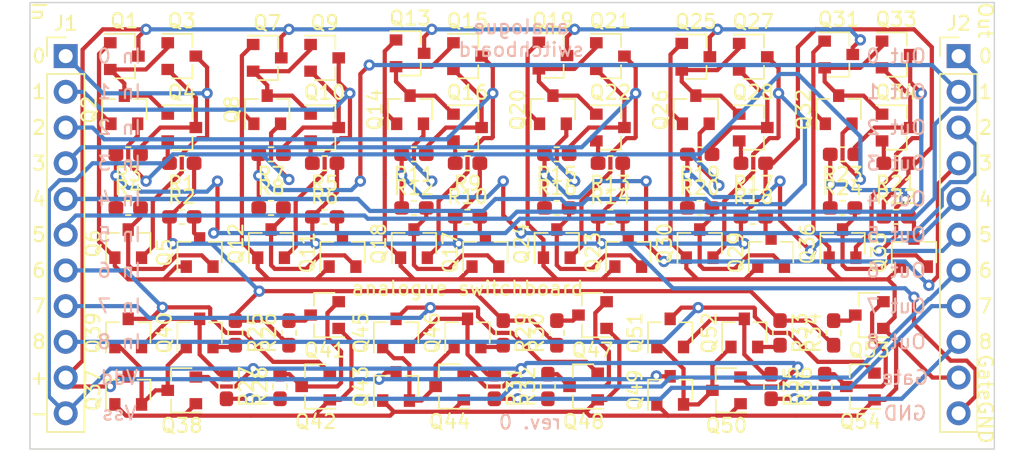
<source format=kicad_pcb>
(kicad_pcb (version 20171130) (host pcbnew 5.1.6)
  (layers (0 F.Cu signal) (31 B.Cu signal) (34 B.Paste user) (35 F.Paste user) (36 B.SilkS user) (37 F.SilkS user) (38 B.Mask user) (39 F.Mask user) (44 Edge.Cuts user))
  (net 0 "")
  (net 1 Vdd)
  (net 2 "Net-(Q1-Pad2)")
  (net 3 Gate)
  (net 4 Vss)
  (net 5 I0)
  (net 6 "Net-(Q3-Pad2)")
  (net 7 "Net-(Q4-Pad2)")
  (net 8 "Net-(Q5-Pad3)")
  (net 9 "Net-(Q5-Pad2)")
  (net 10 "Net-(Q10-Pad1)")
  (net 11 I1)
  (net 12 "Net-(Q10-Pad3)")
  (net 13 "Net-(Q10-Pad2)")
  (net 14 "Net-(Q11-Pad3)")
  (net 15 "Net-(Q11-Pad2)")
  (net 16 "Net-(Q13-Pad2)")
  (net 17 I2)
  (net 18 "Net-(Q15-Pad2)")
  (net 19 "Net-(Q16-Pad2)")
  (net 20 "Net-(Q17-Pad3)")
  (net 21 "Net-(Q17-Pad2)")
  (net 22 "Net-(Q19-Pad2)")
  (net 23 I3)
  (net 24 "Net-(Q21-Pad2)")
  (net 25 "Net-(Q22-Pad2)")
  (net 26 "Net-(Q23-Pad3)")
  (net 27 "Net-(Q23-Pad2)")
  (net 28 "Net-(Q25-Pad2)")
  (net 29 I4)
  (net 30 "Net-(Q27-Pad2)")
  (net 31 "Net-(Q28-Pad2)")
  (net 32 "Net-(Q29-Pad3)")
  (net 33 "Net-(Q29-Pad2)")
  (net 34 "Net-(Q31-Pad2)")
  (net 35 I5)
  (net 36 "Net-(Q33-Pad2)")
  (net 37 "Net-(Q34-Pad2)")
  (net 38 "Net-(Q35-Pad3)")
  (net 39 "Net-(Q35-Pad2)")
  (net 40 "Net-(Q37-Pad2)")
  (net 41 I6)
  (net 42 "Net-(Q39-Pad2)")
  (net 43 "Net-(Q40-Pad2)")
  (net 44 "Net-(Q41-Pad3)")
  (net 45 "Net-(Q41-Pad2)")
  (net 46 "Net-(Q43-Pad2)")
  (net 47 I7)
  (net 48 "Net-(Q45-Pad2)")
  (net 49 "Net-(Q46-Pad2)")
  (net 50 "Net-(Q47-Pad3)")
  (net 51 "Net-(Q47-Pad2)")
  (net 52 "Net-(Q49-Pad2)")
  (net 53 I8)
  (net 54 "Net-(Q51-Pad2)")
  (net 55 "Net-(Q52-Pad2)")
  (net 56 "Net-(Q53-Pad3)")
  (net 57 "Net-(Q53-Pad2)")
  (net 58 GND)
  (net 59 O0)
  (net 60 O1)
  (net 61 O2)
  (net 62 O3)
  (net 63 O4)
  (net 64 O5)
  (net 65 O6)
  (net 66 O7)
  (net 67 O8)
  (module Connector_PinHeader_2.54mm:PinHeader_1x11_P2.54mm_Vertical (layer F.Cu) (at 109.855 31.115)
    (fp_text reference J1 (at 0 -2.33) (layer F.SilkS))
    (fp_text value Conn_01x11)
    (pad 11 thru_hole oval (at 0 25.4) (size 1.7 1.7) (drill 1) (layers *.Cu *.Mask) (net 4 Vss))
    (pad 10 thru_hole oval (at 0 22.86) (size 1.7 1.7) (drill 1) (layers *.Cu *.Mask) (net 1 Vdd))
    (pad 9 thru_hole oval (at 0 20.32) (size 1.7 1.7) (drill 1) (layers *.Cu *.Mask) (net 53 I8))
    (pad 8 thru_hole oval (at 0 17.78) (size 1.7 1.7) (drill 1) (layers *.Cu *.Mask) (net 47 I7))
    (pad 7 thru_hole oval (at 0 15.24) (size 1.7 1.7) (drill 1) (layers *.Cu *.Mask) (net 41 I6))
    (pad 6 thru_hole oval (at 0 12.7) (size 1.7 1.7) (drill 1) (layers *.Cu *.Mask) (net 35 I5))
    (pad 5 thru_hole oval (at 0 10.16) (size 1.7 1.7) (drill 1) (layers *.Cu *.Mask) (net 29 I4))
    (pad 4 thru_hole oval (at 0 7.62) (size 1.7 1.7) (drill 1) (layers *.Cu *.Mask) (net 23 I3))
    (pad 3 thru_hole oval (at 0 5.08) (size 1.7 1.7) (drill 1) (layers *.Cu *.Mask) (net 17 I2))
    (pad 2 thru_hole oval (at 0 2.54) (size 1.7 1.7) (drill 1) (layers *.Cu *.Mask) (net 11 I1))
    (pad 1 thru_hole rect (at 0 0) (size 1.7 1.7) (drill 1) (layers *.Cu *.Mask) (net 5 I0))
  )
  (module Connector_PinHeader_2.54mm:PinHeader_1x11_P2.54mm_Vertical (layer F.Cu) (at 173.355 31.115)
    (fp_text reference J2 (at 0 -2.33) (layer F.SilkS))
    (fp_text value Conn_01x11)
    (pad 1 thru_hole rect (at 0 0) (size 1.7 1.7) (drill 1) (layers *.Cu *.Mask) (net 59 O0))
    (pad 2 thru_hole oval (at 0 2.54) (size 1.7 1.7) (drill 1) (layers *.Cu *.Mask) (net 60 O1))
    (pad 3 thru_hole oval (at 0 5.08) (size 1.7 1.7) (drill 1) (layers *.Cu *.Mask) (net 61 O2))
    (pad 4 thru_hole oval (at 0 7.62) (size 1.7 1.7) (drill 1) (layers *.Cu *.Mask) (net 62 O3))
    (pad 5 thru_hole oval (at 0 10.16) (size 1.7 1.7) (drill 1) (layers *.Cu *.Mask) (net 63 O4))
    (pad 6 thru_hole oval (at 0 12.7) (size 1.7 1.7) (drill 1) (layers *.Cu *.Mask) (net 64 O5))
    (pad 7 thru_hole oval (at 0 15.24) (size 1.7 1.7) (drill 1) (layers *.Cu *.Mask) (net 65 O6))
    (pad 8 thru_hole oval (at 0 17.78) (size 1.7 1.7) (drill 1) (layers *.Cu *.Mask) (net 66 O7))
    (pad 9 thru_hole oval (at 0 20.32) (size 1.7 1.7) (drill 1) (layers *.Cu *.Mask) (net 67 O8))
    (pad 10 thru_hole oval (at 0 22.86) (size 1.7 1.7) (drill 1) (layers *.Cu *.Mask) (net 3 Gate))
    (pad 11 thru_hole oval (at 0 25.4) (size 1.7 1.7) (drill 1) (layers *.Cu *.Mask) (net 58 GND))
  )
  (module Resistor_SMD:R_0603_1608Metric_Pad1.05x0.95mm_HandSolder (layer F.Cu) (at 163.83 54.61 90)
    (fp_text reference R36 (at 0 -1.43 90) (layer F.SilkS))
    (fp_text value 12k)
    (pad 1 smd roundrect (at -0.875 0 90) (size 1.05 0.95) (layers F.Cu F.Paste F.Mask) (net 67 O8))
    (pad 2 smd roundrect (at 0.875 0 90) (size 1.05 0.95) (layers F.Cu F.Paste F.Mask) (net 57 "Net-(Q53-Pad2)"))
  )
  (module Resistor_SMD:R_0603_1608Metric_Pad1.05x0.95mm_HandSolder (layer F.Cu) (at 160.02 54.61 270)
    (fp_text reference R35 (at 0 -1.43 90) (layer F.SilkS))
    (fp_text value 12k)
    (pad 1 smd roundrect (at -0.875 0 270) (size 1.05 0.95) (layers F.Cu F.Paste F.Mask) (net 54 "Net-(Q51-Pad2)"))
    (pad 2 smd roundrect (at 0.875 0 270) (size 1.05 0.95) (layers F.Cu F.Paste F.Mask) (net 67 O8))
  )
  (module Resistor_SMD:R_0603_1608Metric_Pad1.05x0.95mm_HandSolder (layer F.Cu) (at 164.465 50.8 90)
    (fp_text reference R34 (at 0 -1.43 90) (layer F.SilkS))
    (fp_text value 12k)
    (pad 1 smd roundrect (at -0.875 0 90) (size 1.05 0.95) (layers F.Cu F.Paste F.Mask) (net 58 GND))
    (pad 2 smd roundrect (at 0.875 0 90) (size 1.05 0.95) (layers F.Cu F.Paste F.Mask) (net 56 "Net-(Q53-Pad3)"))
  )
  (module Resistor_SMD:R_0603_1608Metric_Pad1.05x0.95mm_HandSolder (layer F.Cu) (at 160.655 50.8 270)
    (fp_text reference R33 (at 0 -1.43 90) (layer F.SilkS))
    (fp_text value 12k)
    (pad 1 smd roundrect (at -0.875 0 270) (size 1.05 0.95) (layers F.Cu F.Paste F.Mask) (net 58 GND))
    (pad 2 smd roundrect (at 0.875 0 270) (size 1.05 0.95) (layers F.Cu F.Paste F.Mask) (net 55 "Net-(Q52-Pad2)"))
  )
  (module Resistor_SMD:R_0603_1608Metric_Pad1.05x0.95mm_HandSolder (layer F.Cu) (at 144.145 54.61 90)
    (fp_text reference R32 (at 0 -1.43 90) (layer F.SilkS))
    (fp_text value 12k)
    (pad 2 smd roundrect (at 0.875 0 90) (size 1.05 0.95) (layers F.Cu F.Paste F.Mask) (net 51 "Net-(Q47-Pad2)"))
    (pad 1 smd roundrect (at -0.875 0 90) (size 1.05 0.95) (layers F.Cu F.Paste F.Mask) (net 66 O7))
  )
  (module Resistor_SMD:R_0603_1608Metric_Pad1.05x0.95mm_HandSolder (layer F.Cu) (at 140.335 54.61 270)
    (fp_text reference R31 (at 0 -1.43 90) (layer F.SilkS))
    (fp_text value 12k)
    (pad 2 smd roundrect (at 0.875 0 270) (size 1.05 0.95) (layers F.Cu F.Paste F.Mask) (net 66 O7))
    (pad 1 smd roundrect (at -0.875 0 270) (size 1.05 0.95) (layers F.Cu F.Paste F.Mask) (net 48 "Net-(Q45-Pad2)"))
  )
  (module Resistor_SMD:R_0603_1608Metric_Pad1.05x0.95mm_HandSolder (layer F.Cu) (at 144.78 50.8 90)
    (fp_text reference R30 (at 0 -1.43 90) (layer F.SilkS))
    (fp_text value 12k)
    (pad 2 smd roundrect (at 0.875 0 90) (size 1.05 0.95) (layers F.Cu F.Paste F.Mask) (net 50 "Net-(Q47-Pad3)"))
    (pad 1 smd roundrect (at -0.875 0 90) (size 1.05 0.95) (layers F.Cu F.Paste F.Mask) (net 58 GND))
  )
  (module Resistor_SMD:R_0603_1608Metric_Pad1.05x0.95mm_HandSolder (layer F.Cu) (at 140.97 50.8 270)
    (fp_text reference R29 (at 0 -1.43 90) (layer F.SilkS))
    (fp_text value 12k)
    (pad 2 smd roundrect (at 0.875 0 270) (size 1.05 0.95) (layers F.Cu F.Paste F.Mask) (net 49 "Net-(Q46-Pad2)"))
    (pad 1 smd roundrect (at -0.875 0 270) (size 1.05 0.95) (layers F.Cu F.Paste F.Mask) (net 58 GND))
  )
  (module Resistor_SMD:R_0603_1608Metric_Pad1.05x0.95mm_HandSolder (layer F.Cu) (at 125.095 54.61 90)
    (fp_text reference R28 (at 0 -1.43 90) (layer F.SilkS))
    (fp_text value 12k)
    (pad 2 smd roundrect (at 0.875 0 90) (size 1.05 0.95) (layers F.Cu F.Paste F.Mask) (net 45 "Net-(Q41-Pad2)"))
    (pad 1 smd roundrect (at -0.875 0 90) (size 1.05 0.95) (layers F.Cu F.Paste F.Mask) (net 65 O6))
  )
  (module Resistor_SMD:R_0603_1608Metric_Pad1.05x0.95mm_HandSolder (layer F.Cu) (at 121.285 54.61 270)
    (fp_text reference R27 (at 0 -1.43 90) (layer F.SilkS))
    (fp_text value 12k)
    (pad 2 smd roundrect (at 0.875 0 270) (size 1.05 0.95) (layers F.Cu F.Paste F.Mask) (net 65 O6))
    (pad 1 smd roundrect (at -0.875 0 270) (size 1.05 0.95) (layers F.Cu F.Paste F.Mask) (net 42 "Net-(Q39-Pad2)"))
  )
  (module Resistor_SMD:R_0603_1608Metric_Pad1.05x0.95mm_HandSolder (layer F.Cu) (at 125.73 50.8 90)
    (fp_text reference R26 (at 0 -1.43 90) (layer F.SilkS))
    (fp_text value 12k)
    (pad 2 smd roundrect (at 0.875 0 90) (size 1.05 0.95) (layers F.Cu F.Paste F.Mask) (net 44 "Net-(Q41-Pad3)"))
    (pad 1 smd roundrect (at -0.875 0 90) (size 1.05 0.95) (layers F.Cu F.Paste F.Mask) (net 58 GND))
  )
  (module Resistor_SMD:R_0603_1608Metric_Pad1.05x0.95mm_HandSolder (layer F.Cu) (at 121.92 50.8 270)
    (fp_text reference R25 (at 0 -1.43 90) (layer F.SilkS))
    (fp_text value 12k)
    (pad 2 smd roundrect (at 0.875 0 270) (size 1.05 0.95) (layers F.Cu F.Paste F.Mask) (net 43 "Net-(Q40-Pad2)"))
    (pad 1 smd roundrect (at -0.875 0 270) (size 1.05 0.95) (layers F.Cu F.Paste F.Mask) (net 58 GND))
  )
  (module Resistor_SMD:R_0603_1608Metric_Pad1.05x0.95mm_HandSolder (layer F.Cu) (at 165.1 41.91)
    (fp_text reference R24 (at 0 -1.43) (layer F.SilkS))
    (fp_text value 12k)
    (pad 2 smd roundrect (at 0.875 0) (size 1.05 0.95) (layers F.Cu F.Paste F.Mask) (net 39 "Net-(Q35-Pad2)"))
    (pad 1 smd roundrect (at -0.875 0) (size 1.05 0.95) (layers F.Cu F.Paste F.Mask) (net 64 O5))
  )
  (module Resistor_SMD:R_0603_1608Metric_Pad1.05x0.95mm_HandSolder (layer F.Cu) (at 165.1 38.1 180)
    (fp_text reference R23 (at 0 -1.43) (layer F.SilkS))
    (fp_text value 12k)
    (pad 2 smd roundrect (at 0.875 0 180) (size 1.05 0.95) (layers F.Cu F.Paste F.Mask) (net 64 O5))
    (pad 1 smd roundrect (at -0.875 0 180) (size 1.05 0.95) (layers F.Cu F.Paste F.Mask) (net 36 "Net-(Q33-Pad2)"))
  )
  (module Resistor_SMD:R_0603_1608Metric_Pad1.05x0.95mm_HandSolder (layer F.Cu) (at 168.91 42.545)
    (fp_text reference R22 (at 0 -1.43) (layer F.SilkS))
    (fp_text value 12k)
    (pad 2 smd roundrect (at 0.875 0) (size 1.05 0.95) (layers F.Cu F.Paste F.Mask) (net 38 "Net-(Q35-Pad3)"))
    (pad 1 smd roundrect (at -0.875 0) (size 1.05 0.95) (layers F.Cu F.Paste F.Mask) (net 58 GND))
  )
  (module Resistor_SMD:R_0603_1608Metric_Pad1.05x0.95mm_HandSolder (layer F.Cu) (at 168.91 38.735 180)
    (fp_text reference R21 (at 0 -1.43) (layer F.SilkS))
    (fp_text value 12k)
    (pad 2 smd roundrect (at 0.875 0 180) (size 1.05 0.95) (layers F.Cu F.Paste F.Mask) (net 37 "Net-(Q34-Pad2)"))
    (pad 1 smd roundrect (at -0.875 0 180) (size 1.05 0.95) (layers F.Cu F.Paste F.Mask) (net 58 GND))
  )
  (module Resistor_SMD:R_0603_1608Metric_Pad1.05x0.95mm_HandSolder (layer F.Cu) (at 154.94 41.91)
    (fp_text reference R20 (at 0 -1.43) (layer F.SilkS))
    (fp_text value 12k)
    (pad 2 smd roundrect (at 0.875 0) (size 1.05 0.95) (layers F.Cu F.Paste F.Mask) (net 33 "Net-(Q29-Pad2)"))
    (pad 1 smd roundrect (at -0.875 0) (size 1.05 0.95) (layers F.Cu F.Paste F.Mask) (net 63 O4))
  )
  (module Resistor_SMD:R_0603_1608Metric_Pad1.05x0.95mm_HandSolder (layer F.Cu) (at 154.94 38.1 180)
    (fp_text reference R19 (at 0 -1.43) (layer F.SilkS))
    (fp_text value 12k)
    (pad 2 smd roundrect (at 0.875 0 180) (size 1.05 0.95) (layers F.Cu F.Paste F.Mask) (net 63 O4))
    (pad 1 smd roundrect (at -0.875 0 180) (size 1.05 0.95) (layers F.Cu F.Paste F.Mask) (net 30 "Net-(Q27-Pad2)"))
  )
  (module Resistor_SMD:R_0603_1608Metric_Pad1.05x0.95mm_HandSolder (layer F.Cu) (at 158.75 42.545)
    (fp_text reference R18 (at 0 -1.43) (layer F.SilkS))
    (fp_text value 12k)
    (pad 2 smd roundrect (at 0.875 0) (size 1.05 0.95) (layers F.Cu F.Paste F.Mask) (net 32 "Net-(Q29-Pad3)"))
    (pad 1 smd roundrect (at -0.875 0) (size 1.05 0.95) (layers F.Cu F.Paste F.Mask) (net 58 GND))
  )
  (module Resistor_SMD:R_0603_1608Metric_Pad1.05x0.95mm_HandSolder (layer F.Cu) (at 158.75 38.735 180)
    (fp_text reference R17 (at 0 -1.43) (layer F.SilkS))
    (fp_text value 12k)
    (pad 2 smd roundrect (at 0.875 0 180) (size 1.05 0.95) (layers F.Cu F.Paste F.Mask) (net 31 "Net-(Q28-Pad2)"))
    (pad 1 smd roundrect (at -0.875 0 180) (size 1.05 0.95) (layers F.Cu F.Paste F.Mask) (net 58 GND))
  )
  (module Resistor_SMD:R_0603_1608Metric_Pad1.05x0.95mm_HandSolder (layer F.Cu) (at 144.78 41.91)
    (fp_text reference R16 (at 0 -1.43) (layer F.SilkS))
    (fp_text value 12k)
    (pad 2 smd roundrect (at 0.875 0) (size 1.05 0.95) (layers F.Cu F.Paste F.Mask) (net 27 "Net-(Q23-Pad2)"))
    (pad 1 smd roundrect (at -0.875 0) (size 1.05 0.95) (layers F.Cu F.Paste F.Mask) (net 62 O3))
  )
  (module Resistor_SMD:R_0603_1608Metric_Pad1.05x0.95mm_HandSolder (layer F.Cu) (at 144.78 38.1 180)
    (fp_text reference R15 (at 0 -1.43) (layer F.SilkS))
    (fp_text value 12k)
    (pad 2 smd roundrect (at 0.875 0 180) (size 1.05 0.95) (layers F.Cu F.Paste F.Mask) (net 62 O3))
    (pad 1 smd roundrect (at -0.875 0 180) (size 1.05 0.95) (layers F.Cu F.Paste F.Mask) (net 24 "Net-(Q21-Pad2)"))
  )
  (module Resistor_SMD:R_0603_1608Metric_Pad1.05x0.95mm_HandSolder (layer F.Cu) (at 148.59 42.545)
    (fp_text reference R14 (at 0 -1.43) (layer F.SilkS))
    (fp_text value 12k)
    (pad 2 smd roundrect (at 0.875 0) (size 1.05 0.95) (layers F.Cu F.Paste F.Mask) (net 26 "Net-(Q23-Pad3)"))
    (pad 1 smd roundrect (at -0.875 0) (size 1.05 0.95) (layers F.Cu F.Paste F.Mask) (net 58 GND))
  )
  (module Resistor_SMD:R_0603_1608Metric_Pad1.05x0.95mm_HandSolder (layer F.Cu) (at 148.59 38.735 180)
    (fp_text reference R13 (at 0 -1.43) (layer F.SilkS))
    (fp_text value 12k)
    (pad 2 smd roundrect (at 0.875 0 180) (size 1.05 0.95) (layers F.Cu F.Paste F.Mask) (net 25 "Net-(Q22-Pad2)"))
    (pad 1 smd roundrect (at -0.875 0 180) (size 1.05 0.95) (layers F.Cu F.Paste F.Mask) (net 58 GND))
  )
  (module Resistor_SMD:R_0603_1608Metric_Pad1.05x0.95mm_HandSolder (layer F.Cu) (at 134.62 41.91)
    (fp_text reference R12 (at 0 -1.43) (layer F.SilkS))
    (fp_text value 12k)
    (pad 2 smd roundrect (at 0.875 0) (size 1.05 0.95) (layers F.Cu F.Paste F.Mask) (net 21 "Net-(Q17-Pad2)"))
    (pad 1 smd roundrect (at -0.875 0) (size 1.05 0.95) (layers F.Cu F.Paste F.Mask) (net 61 O2))
  )
  (module Resistor_SMD:R_0603_1608Metric_Pad1.05x0.95mm_HandSolder (layer F.Cu) (at 134.62 38.1 180)
    (fp_text reference R11 (at 0 -1.43) (layer F.SilkS))
    (fp_text value 12k)
    (pad 2 smd roundrect (at 0.875 0 180) (size 1.05 0.95) (layers F.Cu F.Paste F.Mask) (net 61 O2))
    (pad 1 smd roundrect (at -0.875 0 180) (size 1.05 0.95) (layers F.Cu F.Paste F.Mask) (net 18 "Net-(Q15-Pad2)"))
  )
  (module Resistor_SMD:R_0603_1608Metric_Pad1.05x0.95mm_HandSolder (layer F.Cu) (at 138.43 42.545)
    (fp_text reference R10 (at 0 -1.43) (layer F.SilkS))
    (fp_text value 12k)
    (pad 2 smd roundrect (at 0.875 0) (size 1.05 0.95) (layers F.Cu F.Paste F.Mask) (net 20 "Net-(Q17-Pad3)"))
    (pad 1 smd roundrect (at -0.875 0) (size 1.05 0.95) (layers F.Cu F.Paste F.Mask) (net 58 GND))
  )
  (module Resistor_SMD:R_0603_1608Metric_Pad1.05x0.95mm_HandSolder (layer F.Cu) (at 138.43 38.735 180)
    (fp_text reference R9 (at 0 -1.43) (layer F.SilkS))
    (fp_text value 12k)
    (pad 2 smd roundrect (at 0.875 0 180) (size 1.05 0.95) (layers F.Cu F.Paste F.Mask) (net 19 "Net-(Q16-Pad2)"))
    (pad 1 smd roundrect (at -0.875 0 180) (size 1.05 0.95) (layers F.Cu F.Paste F.Mask) (net 58 GND))
  )
  (module Resistor_SMD:R_0603_1608Metric_Pad1.05x0.95mm_HandSolder (layer F.Cu) (at 124.46 41.91)
    (fp_text reference R8 (at 0 -1.43) (layer F.SilkS))
    (fp_text value 12k)
    (pad 2 smd roundrect (at 0.875 0) (size 1.05 0.95) (layers F.Cu F.Paste F.Mask) (net 15 "Net-(Q11-Pad2)"))
    (pad 1 smd roundrect (at -0.875 0) (size 1.05 0.95) (layers F.Cu F.Paste F.Mask) (net 60 O1))
  )
  (module Resistor_SMD:R_0603_1608Metric_Pad1.05x0.95mm_HandSolder (layer F.Cu) (at 124.46 38.1 180)
    (fp_text reference R7 (at 0 -1.43) (layer F.SilkS))
    (fp_text value 12k)
    (pad 2 smd roundrect (at 0.875 0 180) (size 1.05 0.95) (layers F.Cu F.Paste F.Mask) (net 60 O1))
    (pad 1 smd roundrect (at -0.875 0 180) (size 1.05 0.95) (layers F.Cu F.Paste F.Mask) (net 12 "Net-(Q10-Pad3)"))
  )
  (module Resistor_SMD:R_0603_1608Metric_Pad1.05x0.95mm_HandSolder (layer F.Cu) (at 128.27 42.545)
    (fp_text reference R6 (at 0 -1.43) (layer F.SilkS))
    (fp_text value 12k)
    (pad 2 smd roundrect (at 0.875 0) (size 1.05 0.95) (layers F.Cu F.Paste F.Mask) (net 14 "Net-(Q11-Pad3)"))
    (pad 1 smd roundrect (at -0.875 0) (size 1.05 0.95) (layers F.Cu F.Paste F.Mask) (net 58 GND))
  )
  (module Resistor_SMD:R_0603_1608Metric_Pad1.05x0.95mm_HandSolder (layer F.Cu) (at 128.27 38.735 180)
    (fp_text reference R5 (at 0 -1.43) (layer F.SilkS))
    (fp_text value 12k)
    (pad 2 smd roundrect (at 0.875 0 180) (size 1.05 0.95) (layers F.Cu F.Paste F.Mask) (net 13 "Net-(Q10-Pad2)"))
    (pad 1 smd roundrect (at -0.875 0 180) (size 1.05 0.95) (layers F.Cu F.Paste F.Mask) (net 58 GND))
  )
  (module Resistor_SMD:R_0603_1608Metric_Pad1.05x0.95mm_HandSolder (layer F.Cu) (at 114.3 41.91)
    (fp_text reference R4 (at 0 -1.43) (layer F.SilkS))
    (fp_text value 12k)
    (pad 2 smd roundrect (at 0.875 0) (size 1.05 0.95) (layers F.Cu F.Paste F.Mask) (net 9 "Net-(Q5-Pad2)"))
    (pad 1 smd roundrect (at -0.875 0) (size 1.05 0.95) (layers F.Cu F.Paste F.Mask) (net 59 O0))
  )
  (module Resistor_SMD:R_0603_1608Metric_Pad1.05x0.95mm_HandSolder (layer F.Cu) (at 114.3 38.1 180)
    (fp_text reference R3 (at 0 -1.43) (layer F.SilkS))
    (fp_text value 12k)
    (pad 2 smd roundrect (at 0.875 0 180) (size 1.05 0.95) (layers F.Cu F.Paste F.Mask) (net 59 O0))
    (pad 1 smd roundrect (at -0.875 0 180) (size 1.05 0.95) (layers F.Cu F.Paste F.Mask) (net 6 "Net-(Q3-Pad2)"))
  )
  (module Resistor_SMD:R_0603_1608Metric_Pad1.05x0.95mm_HandSolder (layer F.Cu) (at 118.11 42.545)
    (fp_text reference R2 (at 0 -1.43) (layer F.SilkS))
    (fp_text value 12k)
    (pad 2 smd roundrect (at 0.875 0) (size 1.05 0.95) (layers F.Cu F.Paste F.Mask) (net 8 "Net-(Q5-Pad3)"))
    (pad 1 smd roundrect (at -0.875 0) (size 1.05 0.95) (layers F.Cu F.Paste F.Mask) (net 58 GND))
  )
  (module Resistor_SMD:R_0603_1608Metric_Pad1.05x0.95mm_HandSolder (layer F.Cu) (at 118.11 38.735 180)
    (fp_text reference R1 (at 0 -1.43) (layer F.SilkS))
    (fp_text value 12k)
    (pad 2 smd roundrect (at 0.875 0 180) (size 1.05 0.95) (layers F.Cu F.Paste F.Mask) (net 7 "Net-(Q4-Pad2)"))
    (pad 1 smd roundrect (at -0.875 0 180) (size 1.05 0.95) (layers F.Cu F.Paste F.Mask) (net 58 GND))
  )
  (module Package_TO_SOT_SMD:SOT-23 (layer F.Cu) (at 166.37 54.61 180)
    (fp_text reference Q54 (at 0 -2.5) (layer F.SilkS))
    (fp_text value 2N7002)
    (pad 1 smd rect (at -1 -0.95 180) (size 0.9 0.8) (layers F.Cu F.Paste F.Mask) (net 3 Gate))
    (pad 2 smd rect (at -1 0.95 180) (size 0.9 0.8) (layers F.Cu F.Paste F.Mask) (net 53 I8))
    (pad 3 smd rect (at 1 0 180) (size 0.9 0.8) (layers F.Cu F.Paste F.Mask) (net 57 "Net-(Q53-Pad2)"))
  )
  (module Package_TO_SOT_SMD:SOT-23 (layer F.Cu) (at 167.005 49.53 180)
    (fp_text reference Q53 (at 0 -2.5) (layer F.SilkS))
    (fp_text value 2N7002)
    (pad 1 smd rect (at -1 -0.95 180) (size 0.9 0.8) (layers F.Cu F.Paste F.Mask) (net 3 Gate))
    (pad 2 smd rect (at -1 0.95 180) (size 0.9 0.8) (layers F.Cu F.Paste F.Mask) (net 57 "Net-(Q53-Pad2)"))
    (pad 3 smd rect (at 1 0 180) (size 0.9 0.8) (layers F.Cu F.Paste F.Mask) (net 56 "Net-(Q53-Pad3)"))
  )
  (module Package_TO_SOT_SMD:SOT-23 (layer F.Cu) (at 158.115 50.8 90)
    (fp_text reference Q52 (at 0 -2.5 90) (layer F.SilkS))
    (fp_text value BSS84)
    (pad 1 smd rect (at -1 -0.95 90) (size 0.9 0.8) (layers F.Cu F.Paste F.Mask) (net 52 "Net-(Q49-Pad2)"))
    (pad 2 smd rect (at -1 0.95 90) (size 0.9 0.8) (layers F.Cu F.Paste F.Mask) (net 55 "Net-(Q52-Pad2)"))
    (pad 3 smd rect (at 1 0 90) (size 0.9 0.8) (layers F.Cu F.Paste F.Mask) (net 54 "Net-(Q51-Pad2)"))
  )
  (module Package_TO_SOT_SMD:SOT-23 (layer F.Cu) (at 152.8425 50.8 90)
    (fp_text reference Q51 (at 0 -2.5 90) (layer F.SilkS))
    (fp_text value BSS84)
    (pad 1 smd rect (at -1 -0.95 90) (size 0.9 0.8) (layers F.Cu F.Paste F.Mask) (net 52 "Net-(Q49-Pad2)"))
    (pad 2 smd rect (at -1 0.95 90) (size 0.9 0.8) (layers F.Cu F.Paste F.Mask) (net 54 "Net-(Q51-Pad2)"))
    (pad 3 smd rect (at 1 0 90) (size 0.9 0.8) (layers F.Cu F.Paste F.Mask) (net 53 I8))
  )
  (module Package_TO_SOT_SMD:SOT-23 (layer F.Cu) (at 156.845 54.885 180)
    (fp_text reference Q50 (at 0 -2.5) (layer F.SilkS))
    (fp_text value 2N7002)
    (pad 1 smd rect (at -1 -0.95 180) (size 0.9 0.8) (layers F.Cu F.Paste F.Mask) (net 3 Gate))
    (pad 2 smd rect (at -1 0.95 180) (size 0.9 0.8) (layers F.Cu F.Paste F.Mask) (net 4 Vss))
    (pad 3 smd rect (at 1 0 180) (size 0.9 0.8) (layers F.Cu F.Paste F.Mask) (net 52 "Net-(Q49-Pad2)"))
  )
  (module Package_TO_SOT_SMD:SOT-23 (layer F.Cu) (at 152.8425 54.885 90)
    (fp_text reference Q49 (at 0 -2.5 90) (layer F.SilkS))
    (fp_text value BSS84)
    (pad 1 smd rect (at -1 -0.95 90) (size 0.9 0.8) (layers F.Cu F.Paste F.Mask) (net 3 Gate))
    (pad 2 smd rect (at -1 0.95 90) (size 0.9 0.8) (layers F.Cu F.Paste F.Mask) (net 52 "Net-(Q49-Pad2)"))
    (pad 3 smd rect (at 1 0 90) (size 0.9 0.8) (layers F.Cu F.Paste F.Mask) (net 1 Vdd))
  )
  (module Package_TO_SOT_SMD:SOT-23 (layer F.Cu) (at 146.685 54.61 180)
    (fp_text reference Q48 (at 0 -2.5) (layer F.SilkS))
    (fp_text value 2N7002)
    (pad 3 smd rect (at 1 0 180) (size 0.9 0.8) (layers F.Cu F.Paste F.Mask) (net 51 "Net-(Q47-Pad2)"))
    (pad 2 smd rect (at -1 0.95 180) (size 0.9 0.8) (layers F.Cu F.Paste F.Mask) (net 47 I7))
    (pad 1 smd rect (at -1 -0.95 180) (size 0.9 0.8) (layers F.Cu F.Paste F.Mask) (net 3 Gate))
  )
  (module Package_TO_SOT_SMD:SOT-23 (layer F.Cu) (at 147.32 49.53 180)
    (fp_text reference Q47 (at 0 -2.5) (layer F.SilkS))
    (fp_text value 2N7002)
    (pad 3 smd rect (at 1 0 180) (size 0.9 0.8) (layers F.Cu F.Paste F.Mask) (net 50 "Net-(Q47-Pad3)"))
    (pad 2 smd rect (at -1 0.95 180) (size 0.9 0.8) (layers F.Cu F.Paste F.Mask) (net 51 "Net-(Q47-Pad2)"))
    (pad 1 smd rect (at -1 -0.95 180) (size 0.9 0.8) (layers F.Cu F.Paste F.Mask) (net 3 Gate))
  )
  (module Package_TO_SOT_SMD:SOT-23 (layer F.Cu) (at 138.43 50.8 90)
    (fp_text reference Q46 (at 0 -2.5 90) (layer F.SilkS))
    (fp_text value BSS84)
    (pad 3 smd rect (at 1 0 90) (size 0.9 0.8) (layers F.Cu F.Paste F.Mask) (net 48 "Net-(Q45-Pad2)"))
    (pad 2 smd rect (at -1 0.95 90) (size 0.9 0.8) (layers F.Cu F.Paste F.Mask) (net 49 "Net-(Q46-Pad2)"))
    (pad 1 smd rect (at -1 -0.95 90) (size 0.9 0.8) (layers F.Cu F.Paste F.Mask) (net 46 "Net-(Q43-Pad2)"))
  )
  (module Package_TO_SOT_SMD:SOT-23 (layer F.Cu) (at 133.35 50.8 90)
    (fp_text reference Q45 (at 0 -2.5 90) (layer F.SilkS))
    (fp_text value BSS84)
    (pad 3 smd rect (at 1 0 90) (size 0.9 0.8) (layers F.Cu F.Paste F.Mask) (net 47 I7))
    (pad 2 smd rect (at -1 0.95 90) (size 0.9 0.8) (layers F.Cu F.Paste F.Mask) (net 48 "Net-(Q45-Pad2)"))
    (pad 1 smd rect (at -1 -0.95 90) (size 0.9 0.8) (layers F.Cu F.Paste F.Mask) (net 46 "Net-(Q43-Pad2)"))
  )
  (module Package_TO_SOT_SMD:SOT-23 (layer F.Cu) (at 137.16 54.61 180)
    (fp_text reference Q44 (at 0 -2.5) (layer F.SilkS))
    (fp_text value 2N7002)
    (pad 3 smd rect (at 1 0 180) (size 0.9 0.8) (layers F.Cu F.Paste F.Mask) (net 46 "Net-(Q43-Pad2)"))
    (pad 2 smd rect (at -1 0.95 180) (size 0.9 0.8) (layers F.Cu F.Paste F.Mask) (net 4 Vss))
    (pad 1 smd rect (at -1 -0.95 180) (size 0.9 0.8) (layers F.Cu F.Paste F.Mask) (net 3 Gate))
  )
  (module Package_TO_SOT_SMD:SOT-23 (layer F.Cu) (at 133.35 54.61 90)
    (fp_text reference Q43 (at 0 -2.5 90) (layer F.SilkS))
    (fp_text value BSS84)
    (pad 1 smd rect (at -1 -0.95 90) (size 0.9 0.8) (layers F.Cu F.Paste F.Mask) (net 3 Gate))
    (pad 2 smd rect (at -1 0.95 90) (size 0.9 0.8) (layers F.Cu F.Paste F.Mask) (net 46 "Net-(Q43-Pad2)"))
    (pad 3 smd rect (at 1 0 90) (size 0.9 0.8) (layers F.Cu F.Paste F.Mask) (net 1 Vdd))
  )
  (module Package_TO_SOT_SMD:SOT-23 (layer F.Cu) (at 127.635 54.61 180)
    (fp_text reference Q42 (at 0 -2.5) (layer F.SilkS))
    (fp_text value 2N7002)
    (pad 3 smd rect (at 1 0 180) (size 0.9 0.8) (layers F.Cu F.Paste F.Mask) (net 45 "Net-(Q41-Pad2)"))
    (pad 2 smd rect (at -1 0.95 180) (size 0.9 0.8) (layers F.Cu F.Paste F.Mask) (net 41 I6))
    (pad 1 smd rect (at -1 -0.95 180) (size 0.9 0.8) (layers F.Cu F.Paste F.Mask) (net 3 Gate))
  )
  (module Package_TO_SOT_SMD:SOT-23 (layer F.Cu) (at 128.27 49.53 180)
    (fp_text reference Q41 (at 0 -2.5) (layer F.SilkS))
    (fp_text value 2N7002)
    (pad 3 smd rect (at 1 0 180) (size 0.9 0.8) (layers F.Cu F.Paste F.Mask) (net 44 "Net-(Q41-Pad3)"))
    (pad 2 smd rect (at -1 0.95 180) (size 0.9 0.8) (layers F.Cu F.Paste F.Mask) (net 45 "Net-(Q41-Pad2)"))
    (pad 1 smd rect (at -1 -0.95 180) (size 0.9 0.8) (layers F.Cu F.Paste F.Mask) (net 3 Gate))
  )
  (module Package_TO_SOT_SMD:SOT-23 (layer F.Cu) (at 119.38 50.8 90)
    (fp_text reference Q40 (at 0 -2.5 90) (layer F.SilkS))
    (fp_text value BSS84)
    (pad 3 smd rect (at 1 0 90) (size 0.9 0.8) (layers F.Cu F.Paste F.Mask) (net 42 "Net-(Q39-Pad2)"))
    (pad 2 smd rect (at -1 0.95 90) (size 0.9 0.8) (layers F.Cu F.Paste F.Mask) (net 43 "Net-(Q40-Pad2)"))
    (pad 1 smd rect (at -1 -0.95 90) (size 0.9 0.8) (layers F.Cu F.Paste F.Mask) (net 40 "Net-(Q37-Pad2)"))
  )
  (module Package_TO_SOT_SMD:SOT-23 (layer F.Cu) (at 114.3 50.8 90)
    (fp_text reference Q39 (at 0 -2.5 90) (layer F.SilkS))
    (fp_text value BSS84)
    (pad 3 smd rect (at 1 0 90) (size 0.9 0.8) (layers F.Cu F.Paste F.Mask) (net 41 I6))
    (pad 2 smd rect (at -1 0.95 90) (size 0.9 0.8) (layers F.Cu F.Paste F.Mask) (net 42 "Net-(Q39-Pad2)"))
    (pad 1 smd rect (at -1 -0.95 90) (size 0.9 0.8) (layers F.Cu F.Paste F.Mask) (net 40 "Net-(Q37-Pad2)"))
  )
  (module Package_TO_SOT_SMD:SOT-23 (layer F.Cu) (at 118.11 54.885 180)
    (fp_text reference Q38 (at 0 -2.5) (layer F.SilkS))
    (fp_text value 2N7002)
    (pad 3 smd rect (at 1 0 180) (size 0.9 0.8) (layers F.Cu F.Paste F.Mask) (net 40 "Net-(Q37-Pad2)"))
    (pad 2 smd rect (at -1 0.95 180) (size 0.9 0.8) (layers F.Cu F.Paste F.Mask) (net 4 Vss))
    (pad 1 smd rect (at -1 -0.95 180) (size 0.9 0.8) (layers F.Cu F.Paste F.Mask) (net 3 Gate))
  )
  (module Package_TO_SOT_SMD:SOT-23 (layer F.Cu) (at 114.3 54.885 90)
    (fp_text reference Q37 (at 0 -2.5 90) (layer F.SilkS))
    (fp_text value BSS84)
    (pad 3 smd rect (at 1 0 90) (size 0.9 0.8) (layers F.Cu F.Paste F.Mask) (net 1 Vdd))
    (pad 2 smd rect (at -1 0.95 90) (size 0.9 0.8) (layers F.Cu F.Paste F.Mask) (net 40 "Net-(Q37-Pad2)"))
    (pad 1 smd rect (at -1 -0.95 90) (size 0.9 0.8) (layers F.Cu F.Paste F.Mask) (net 3 Gate))
  )
  (module Package_TO_SOT_SMD:SOT-23 (layer F.Cu) (at 165.1 44.45 90)
    (fp_text reference Q36 (at 0 -2.5 90) (layer F.SilkS))
    (fp_text value 2N7002)
    (pad 3 smd rect (at 1 0 90) (size 0.9 0.8) (layers F.Cu F.Paste F.Mask) (net 39 "Net-(Q35-Pad2)"))
    (pad 2 smd rect (at -1 0.95 90) (size 0.9 0.8) (layers F.Cu F.Paste F.Mask) (net 35 I5))
    (pad 1 smd rect (at -1 -0.95 90) (size 0.9 0.8) (layers F.Cu F.Paste F.Mask) (net 3 Gate))
  )
  (module Package_TO_SOT_SMD:SOT-23 (layer F.Cu) (at 170.18 45.085 90)
    (fp_text reference Q35 (at 0 -2.5 90) (layer F.SilkS))
    (fp_text value 2N7002)
    (pad 3 smd rect (at 1 0 90) (size 0.9 0.8) (layers F.Cu F.Paste F.Mask) (net 38 "Net-(Q35-Pad3)"))
    (pad 2 smd rect (at -1 0.95 90) (size 0.9 0.8) (layers F.Cu F.Paste F.Mask) (net 39 "Net-(Q35-Pad2)"))
    (pad 1 smd rect (at -1 -0.95 90) (size 0.9 0.8) (layers F.Cu F.Paste F.Mask) (net 3 Gate))
  )
  (module Package_TO_SOT_SMD:SOT-23 (layer F.Cu) (at 168.91 36.195)
    (fp_text reference Q34 (at 0 -2.5) (layer F.SilkS))
    (fp_text value BSS84)
    (pad 3 smd rect (at 1 0) (size 0.9 0.8) (layers F.Cu F.Paste F.Mask) (net 36 "Net-(Q33-Pad2)"))
    (pad 2 smd rect (at -1 0.95) (size 0.9 0.8) (layers F.Cu F.Paste F.Mask) (net 37 "Net-(Q34-Pad2)"))
    (pad 1 smd rect (at -1 -0.95) (size 0.9 0.8) (layers F.Cu F.Paste F.Mask) (net 34 "Net-(Q31-Pad2)"))
  )
  (module Package_TO_SOT_SMD:SOT-23 (layer F.Cu) (at 168.91 31)
    (fp_text reference Q33 (at 0 -2.5) (layer F.SilkS))
    (fp_text value BSS84)
    (pad 3 smd rect (at 1 0) (size 0.9 0.8) (layers F.Cu F.Paste F.Mask) (net 35 I5))
    (pad 2 smd rect (at -1 0.95) (size 0.9 0.8) (layers F.Cu F.Paste F.Mask) (net 36 "Net-(Q33-Pad2)"))
    (pad 1 smd rect (at -1 -0.95) (size 0.9 0.8) (layers F.Cu F.Paste F.Mask) (net 34 "Net-(Q31-Pad2)"))
  )
  (module Package_TO_SOT_SMD:SOT-23 (layer F.Cu) (at 164.825 34.925 90)
    (fp_text reference Q32 (at 0 -2.5 90) (layer F.SilkS))
    (fp_text value 2N7002)
    (pad 3 smd rect (at 1 0 90) (size 0.9 0.8) (layers F.Cu F.Paste F.Mask) (net 34 "Net-(Q31-Pad2)"))
    (pad 2 smd rect (at -1 0.95 90) (size 0.9 0.8) (layers F.Cu F.Paste F.Mask) (net 4 Vss))
    (pad 1 smd rect (at -1 -0.95 90) (size 0.9 0.8) (layers F.Cu F.Paste F.Mask) (net 3 Gate))
  )
  (module Package_TO_SOT_SMD:SOT-23 (layer F.Cu) (at 164.825 31)
    (fp_text reference Q31 (at 0 -2.5) (layer F.SilkS))
    (fp_text value BSS84)
    (pad 3 smd rect (at 1 0) (size 0.9 0.8) (layers F.Cu F.Paste F.Mask) (net 1 Vdd))
    (pad 2 smd rect (at -1 0.95) (size 0.9 0.8) (layers F.Cu F.Paste F.Mask) (net 34 "Net-(Q31-Pad2)"))
    (pad 1 smd rect (at -1 -0.95) (size 0.9 0.8) (layers F.Cu F.Paste F.Mask) (net 3 Gate))
  )
  (module Package_TO_SOT_SMD:SOT-23 (layer F.Cu) (at 154.94 44.45 90)
    (fp_text reference Q30 (at 0 -2.5 90) (layer F.SilkS))
    (fp_text value 2N7002)
    (pad 3 smd rect (at 1 0 90) (size 0.9 0.8) (layers F.Cu F.Paste F.Mask) (net 33 "Net-(Q29-Pad2)"))
    (pad 2 smd rect (at -1 0.95 90) (size 0.9 0.8) (layers F.Cu F.Paste F.Mask) (net 29 I4))
    (pad 1 smd rect (at -1 -0.95 90) (size 0.9 0.8) (layers F.Cu F.Paste F.Mask) (net 3 Gate))
  )
  (module Package_TO_SOT_SMD:SOT-23 (layer F.Cu) (at 160.02 45.085 90)
    (fp_text reference Q29 (at 0 -2.5 90) (layer F.SilkS))
    (fp_text value 2N7002)
    (pad 3 smd rect (at 1 0 90) (size 0.9 0.8) (layers F.Cu F.Paste F.Mask) (net 32 "Net-(Q29-Pad3)"))
    (pad 2 smd rect (at -1 0.95 90) (size 0.9 0.8) (layers F.Cu F.Paste F.Mask) (net 33 "Net-(Q29-Pad2)"))
    (pad 1 smd rect (at -1 -0.95 90) (size 0.9 0.8) (layers F.Cu F.Paste F.Mask) (net 3 Gate))
  )
  (module Package_TO_SOT_SMD:SOT-23 (layer F.Cu) (at 158.75 36.195)
    (fp_text reference Q28 (at 0 -2.5) (layer F.SilkS))
    (fp_text value BSS84)
    (pad 3 smd rect (at 1 0) (size 0.9 0.8) (layers F.Cu F.Paste F.Mask) (net 30 "Net-(Q27-Pad2)"))
    (pad 2 smd rect (at -1 0.95) (size 0.9 0.8) (layers F.Cu F.Paste F.Mask) (net 31 "Net-(Q28-Pad2)"))
    (pad 1 smd rect (at -1 -0.95) (size 0.9 0.8) (layers F.Cu F.Paste F.Mask) (net 28 "Net-(Q25-Pad2)"))
  )
  (module Package_TO_SOT_SMD:SOT-23 (layer F.Cu) (at 158.75 31.16)
    (fp_text reference Q27 (at 0 -2.5) (layer F.SilkS))
    (fp_text value BSS84)
    (pad 3 smd rect (at 1 0) (size 0.9 0.8) (layers F.Cu F.Paste F.Mask) (net 29 I4))
    (pad 2 smd rect (at -1 0.95) (size 0.9 0.8) (layers F.Cu F.Paste F.Mask) (net 30 "Net-(Q27-Pad2)"))
    (pad 1 smd rect (at -1 -0.95) (size 0.9 0.8) (layers F.Cu F.Paste F.Mask) (net 28 "Net-(Q25-Pad2)"))
  )
  (module Package_TO_SOT_SMD:SOT-23 (layer F.Cu) (at 154.665 34.925 90)
    (fp_text reference Q26 (at 0 -2.5 90) (layer F.SilkS))
    (fp_text value 2N7002)
    (pad 3 smd rect (at 1 0 90) (size 0.9 0.8) (layers F.Cu F.Paste F.Mask) (net 28 "Net-(Q25-Pad2)"))
    (pad 2 smd rect (at -1 0.95 90) (size 0.9 0.8) (layers F.Cu F.Paste F.Mask) (net 4 Vss))
    (pad 1 smd rect (at -1 -0.95 90) (size 0.9 0.8) (layers F.Cu F.Paste F.Mask) (net 3 Gate))
  )
  (module Package_TO_SOT_SMD:SOT-23 (layer F.Cu) (at 154.665 31.16)
    (fp_text reference Q25 (at 0 -2.5) (layer F.SilkS))
    (fp_text value BSS84)
    (pad 3 smd rect (at 1 0) (size 0.9 0.8) (layers F.Cu F.Paste F.Mask) (net 1 Vdd))
    (pad 2 smd rect (at -1 0.95) (size 0.9 0.8) (layers F.Cu F.Paste F.Mask) (net 28 "Net-(Q25-Pad2)"))
    (pad 1 smd rect (at -1 -0.95) (size 0.9 0.8) (layers F.Cu F.Paste F.Mask) (net 3 Gate))
  )
  (module Package_TO_SOT_SMD:SOT-23 (layer F.Cu) (at 144.78 44.45 90)
    (fp_text reference Q24 (at 0 -2.5 90) (layer F.SilkS))
    (fp_text value 2N7002)
    (pad 3 smd rect (at 1 0 90) (size 0.9 0.8) (layers F.Cu F.Paste F.Mask) (net 27 "Net-(Q23-Pad2)"))
    (pad 2 smd rect (at -1 0.95 90) (size 0.9 0.8) (layers F.Cu F.Paste F.Mask) (net 23 I3))
    (pad 1 smd rect (at -1 -0.95 90) (size 0.9 0.8) (layers F.Cu F.Paste F.Mask) (net 3 Gate))
  )
  (module Package_TO_SOT_SMD:SOT-23 (layer F.Cu) (at 149.86 45.085 90)
    (fp_text reference Q23 (at 0 -2.5 90) (layer F.SilkS))
    (fp_text value 2N7002)
    (pad 3 smd rect (at 1 0 90) (size 0.9 0.8) (layers F.Cu F.Paste F.Mask) (net 26 "Net-(Q23-Pad3)"))
    (pad 2 smd rect (at -1 0.95 90) (size 0.9 0.8) (layers F.Cu F.Paste F.Mask) (net 27 "Net-(Q23-Pad2)"))
    (pad 1 smd rect (at -1 -0.95 90) (size 0.9 0.8) (layers F.Cu F.Paste F.Mask) (net 3 Gate))
  )
  (module Package_TO_SOT_SMD:SOT-23 (layer F.Cu) (at 148.59 36.195)
    (fp_text reference Q22 (at 0 -2.5) (layer F.SilkS))
    (fp_text value BSS84)
    (pad 3 smd rect (at 1 0) (size 0.9 0.8) (layers F.Cu F.Paste F.Mask) (net 24 "Net-(Q21-Pad2)"))
    (pad 2 smd rect (at -1 0.95) (size 0.9 0.8) (layers F.Cu F.Paste F.Mask) (net 25 "Net-(Q22-Pad2)"))
    (pad 1 smd rect (at -1 -0.95) (size 0.9 0.8) (layers F.Cu F.Paste F.Mask) (net 22 "Net-(Q19-Pad2)"))
  )
  (module Package_TO_SOT_SMD:SOT-23 (layer F.Cu) (at 148.59 31.115)
    (fp_text reference Q21 (at 0 -2.5) (layer F.SilkS))
    (fp_text value BSS84)
    (pad 3 smd rect (at 1 0) (size 0.9 0.8) (layers F.Cu F.Paste F.Mask) (net 23 I3))
    (pad 2 smd rect (at -1 0.95) (size 0.9 0.8) (layers F.Cu F.Paste F.Mask) (net 24 "Net-(Q21-Pad2)"))
    (pad 1 smd rect (at -1 -0.95) (size 0.9 0.8) (layers F.Cu F.Paste F.Mask) (net 22 "Net-(Q19-Pad2)"))
  )
  (module Package_TO_SOT_SMD:SOT-23 (layer F.Cu) (at 144.505 34.925 90)
    (fp_text reference Q20 (at 0 -2.5 90) (layer F.SilkS))
    (fp_text value 2N7002)
    (pad 3 smd rect (at 1 0 90) (size 0.9 0.8) (layers F.Cu F.Paste F.Mask) (net 22 "Net-(Q19-Pad2)"))
    (pad 2 smd rect (at -1 0.95 90) (size 0.9 0.8) (layers F.Cu F.Paste F.Mask) (net 4 Vss))
    (pad 1 smd rect (at -1 -0.95 90) (size 0.9 0.8) (layers F.Cu F.Paste F.Mask) (net 3 Gate))
  )
  (module Package_TO_SOT_SMD:SOT-23 (layer F.Cu) (at 144.505 31.0775)
    (fp_text reference Q19 (at 0 -2.5) (layer F.SilkS))
    (fp_text value BSS84)
    (pad 3 smd rect (at 1 0) (size 0.9 0.8) (layers F.Cu F.Paste F.Mask) (net 1 Vdd))
    (pad 2 smd rect (at -1 0.95) (size 0.9 0.8) (layers F.Cu F.Paste F.Mask) (net 22 "Net-(Q19-Pad2)"))
    (pad 1 smd rect (at -1 -0.95) (size 0.9 0.8) (layers F.Cu F.Paste F.Mask) (net 3 Gate))
  )
  (module Package_TO_SOT_SMD:SOT-23 (layer F.Cu) (at 134.62 44.45 90)
    (fp_text reference Q18 (at 0 -2.5 90) (layer F.SilkS))
    (fp_text value 2N7002)
    (pad 3 smd rect (at 1 0 90) (size 0.9 0.8) (layers F.Cu F.Paste F.Mask) (net 21 "Net-(Q17-Pad2)"))
    (pad 2 smd rect (at -1 0.95 90) (size 0.9 0.8) (layers F.Cu F.Paste F.Mask) (net 17 I2))
    (pad 1 smd rect (at -1 -0.95 90) (size 0.9 0.8) (layers F.Cu F.Paste F.Mask) (net 3 Gate))
  )
  (module Package_TO_SOT_SMD:SOT-23 (layer F.Cu) (at 139.7 45.085 90)
    (fp_text reference Q17 (at 0 -2.5 90) (layer F.SilkS))
    (fp_text value 2N7002)
    (pad 3 smd rect (at 1 0 90) (size 0.9 0.8) (layers F.Cu F.Paste F.Mask) (net 20 "Net-(Q17-Pad3)"))
    (pad 2 smd rect (at -1 0.95 90) (size 0.9 0.8) (layers F.Cu F.Paste F.Mask) (net 21 "Net-(Q17-Pad2)"))
    (pad 1 smd rect (at -1 -0.95 90) (size 0.9 0.8) (layers F.Cu F.Paste F.Mask) (net 3 Gate))
  )
  (module Package_TO_SOT_SMD:SOT-23 (layer F.Cu) (at 138.43 36.195)
    (fp_text reference Q16 (at 0 -2.5) (layer F.SilkS))
    (fp_text value BSS84)
    (pad 3 smd rect (at 1 0) (size 0.9 0.8) (layers F.Cu F.Paste F.Mask) (net 18 "Net-(Q15-Pad2)"))
    (pad 2 smd rect (at -1 0.95) (size 0.9 0.8) (layers F.Cu F.Paste F.Mask) (net 19 "Net-(Q16-Pad2)"))
    (pad 1 smd rect (at -1 -0.95) (size 0.9 0.8) (layers F.Cu F.Paste F.Mask) (net 16 "Net-(Q13-Pad2)"))
  )
  (module Package_TO_SOT_SMD:SOT-23 (layer F.Cu) (at 138.43 31.115)
    (fp_text reference Q15 (at 0 -2.5) (layer F.SilkS))
    (fp_text value BSS84)
    (pad 3 smd rect (at 1 0) (size 0.9 0.8) (layers F.Cu F.Paste F.Mask) (net 17 I2))
    (pad 2 smd rect (at -1 0.95) (size 0.9 0.8) (layers F.Cu F.Paste F.Mask) (net 18 "Net-(Q15-Pad2)"))
    (pad 1 smd rect (at -1 -0.95) (size 0.9 0.8) (layers F.Cu F.Paste F.Mask) (net 16 "Net-(Q13-Pad2)"))
  )
  (module Package_TO_SOT_SMD:SOT-23 (layer F.Cu) (at 134.345 34.925 90)
    (fp_text reference Q14 (at 0 -2.5 90) (layer F.SilkS))
    (fp_text value 2N7002)
    (pad 3 smd rect (at 1 0 90) (size 0.9 0.8) (layers F.Cu F.Paste F.Mask) (net 16 "Net-(Q13-Pad2)"))
    (pad 2 smd rect (at -1 0.95 90) (size 0.9 0.8) (layers F.Cu F.Paste F.Mask) (net 4 Vss))
    (pad 1 smd rect (at -1 -0.95 90) (size 0.9 0.8) (layers F.Cu F.Paste F.Mask) (net 3 Gate))
  )
  (module Package_TO_SOT_SMD:SOT-23 (layer F.Cu) (at 134.345 30.9175)
    (fp_text reference Q13 (at 0 -2.5) (layer F.SilkS))
    (fp_text value BSS84)
    (pad 3 smd rect (at 1 0) (size 0.9 0.8) (layers F.Cu F.Paste F.Mask) (net 1 Vdd))
    (pad 2 smd rect (at -1 0.95) (size 0.9 0.8) (layers F.Cu F.Paste F.Mask) (net 16 "Net-(Q13-Pad2)"))
    (pad 1 smd rect (at -1 -0.95) (size 0.9 0.8) (layers F.Cu F.Paste F.Mask) (net 3 Gate))
  )
  (module Package_TO_SOT_SMD:SOT-23 (layer F.Cu) (at 124.46 44.45 90)
    (fp_text reference Q12 (at 0 -2.5 90) (layer F.SilkS))
    (fp_text value 2N7002)
    (pad 3 smd rect (at 1 0 90) (size 0.9 0.8) (layers F.Cu F.Paste F.Mask) (net 15 "Net-(Q11-Pad2)"))
    (pad 2 smd rect (at -1 0.95 90) (size 0.9 0.8) (layers F.Cu F.Paste F.Mask) (net 11 I1))
    (pad 1 smd rect (at -1 -0.95 90) (size 0.9 0.8) (layers F.Cu F.Paste F.Mask) (net 3 Gate))
  )
  (module Package_TO_SOT_SMD:SOT-23 (layer F.Cu) (at 129.54 45.085 90)
    (fp_text reference Q11 (at 0 -2.5 90) (layer F.SilkS))
    (fp_text value 2N7002)
    (pad 3 smd rect (at 1 0 90) (size 0.9 0.8) (layers F.Cu F.Paste F.Mask) (net 14 "Net-(Q11-Pad3)"))
    (pad 2 smd rect (at -1 0.95 90) (size 0.9 0.8) (layers F.Cu F.Paste F.Mask) (net 15 "Net-(Q11-Pad2)"))
    (pad 1 smd rect (at -1 -0.95 90) (size 0.9 0.8) (layers F.Cu F.Paste F.Mask) (net 3 Gate))
  )
  (module Package_TO_SOT_SMD:SOT-23 (layer F.Cu) (at 128.27 36.195)
    (fp_text reference Q10 (at 0 -2.5) (layer F.SilkS))
    (fp_text value BSS84)
    (pad 3 smd rect (at 1 0) (size 0.9 0.8) (layers F.Cu F.Paste F.Mask) (net 12 "Net-(Q10-Pad3)"))
    (pad 2 smd rect (at -1 0.95) (size 0.9 0.8) (layers F.Cu F.Paste F.Mask) (net 13 "Net-(Q10-Pad2)"))
    (pad 1 smd rect (at -1 -0.95) (size 0.9 0.8) (layers F.Cu F.Paste F.Mask) (net 10 "Net-(Q10-Pad1)"))
  )
  (module Package_TO_SOT_SMD:SOT-23 (layer F.Cu) (at 128.27 31.2375)
    (fp_text reference Q9 (at 0 -2.5) (layer F.SilkS))
    (fp_text value BSS84)
    (pad 3 smd rect (at 1 0) (size 0.9 0.8) (layers F.Cu F.Paste F.Mask) (net 11 I1))
    (pad 2 smd rect (at -1 0.95) (size 0.9 0.8) (layers F.Cu F.Paste F.Mask) (net 12 "Net-(Q10-Pad3)"))
    (pad 1 smd rect (at -1 -0.95) (size 0.9 0.8) (layers F.Cu F.Paste F.Mask) (net 10 "Net-(Q10-Pad1)"))
  )
  (module Package_TO_SOT_SMD:SOT-23 (layer F.Cu) (at 124.185 34.925 90)
    (fp_text reference Q8 (at 0 -2.5 90) (layer F.SilkS))
    (fp_text value 2N7002)
    (pad 3 smd rect (at 1 0 90) (size 0.9 0.8) (layers F.Cu F.Paste F.Mask) (net 10 "Net-(Q10-Pad1)"))
    (pad 2 smd rect (at -1 0.95 90) (size 0.9 0.8) (layers F.Cu F.Paste F.Mask) (net 4 Vss))
    (pad 1 smd rect (at -1 -0.95 90) (size 0.9 0.8) (layers F.Cu F.Paste F.Mask) (net 3 Gate))
  )
  (module Package_TO_SOT_SMD:SOT-23 (layer F.Cu) (at 124.185 31.2375)
    (fp_text reference Q7 (at 0 -2.5) (layer F.SilkS))
    (fp_text value BSS84)
    (pad 3 smd rect (at 1 0) (size 0.9 0.8) (layers F.Cu F.Paste F.Mask) (net 1 Vdd))
    (pad 2 smd rect (at -1 0.95) (size 0.9 0.8) (layers F.Cu F.Paste F.Mask) (net 10 "Net-(Q10-Pad1)"))
    (pad 1 smd rect (at -1 -0.95) (size 0.9 0.8) (layers F.Cu F.Paste F.Mask) (net 3 Gate))
  )
  (module Package_TO_SOT_SMD:SOT-23 (layer F.Cu) (at 114.3 44.45 90)
    (fp_text reference Q6 (at 0 -2.5 90) (layer F.SilkS))
    (fp_text value 2N7002)
    (pad 3 smd rect (at 1 0 90) (size 0.9 0.8) (layers F.Cu F.Paste F.Mask) (net 9 "Net-(Q5-Pad2)"))
    (pad 2 smd rect (at -1 0.95 90) (size 0.9 0.8) (layers F.Cu F.Paste F.Mask) (net 5 I0))
    (pad 1 smd rect (at -1 -0.95 90) (size 0.9 0.8) (layers F.Cu F.Paste F.Mask) (net 3 Gate))
  )
  (module Package_TO_SOT_SMD:SOT-23 (layer F.Cu) (at 119.38 45.085 90)
    (fp_text reference Q5 (at 0 -2.5 90) (layer F.SilkS))
    (fp_text value 2N7002)
    (pad 3 smd rect (at 1 0 90) (size 0.9 0.8) (layers F.Cu F.Paste F.Mask) (net 8 "Net-(Q5-Pad3)"))
    (pad 2 smd rect (at -1 0.95 90) (size 0.9 0.8) (layers F.Cu F.Paste F.Mask) (net 9 "Net-(Q5-Pad2)"))
    (pad 1 smd rect (at -1 -0.95 90) (size 0.9 0.8) (layers F.Cu F.Paste F.Mask) (net 3 Gate))
  )
  (module Package_TO_SOT_SMD:SOT-23 (layer F.Cu) (at 118.11 36.195)
    (fp_text reference Q4 (at 0 -2.5) (layer F.SilkS))
    (fp_text value BSS84)
    (pad 3 smd rect (at 1 0) (size 0.9 0.8) (layers F.Cu F.Paste F.Mask) (net 6 "Net-(Q3-Pad2)"))
    (pad 2 smd rect (at -1 0.95) (size 0.9 0.8) (layers F.Cu F.Paste F.Mask) (net 7 "Net-(Q4-Pad2)"))
    (pad 1 smd rect (at -1 -0.95) (size 0.9 0.8) (layers F.Cu F.Paste F.Mask) (net 2 "Net-(Q1-Pad2)"))
  )
  (module Package_TO_SOT_SMD:SOT-23 (layer F.Cu) (at 118.11 31.115)
    (fp_text reference Q3 (at 0 -2.5) (layer F.SilkS))
    (fp_text value BSS84)
    (pad 3 smd rect (at 1 0) (size 0.9 0.8) (layers F.Cu F.Paste F.Mask) (net 5 I0))
    (pad 2 smd rect (at -1 0.95) (size 0.9 0.8) (layers F.Cu F.Paste F.Mask) (net 6 "Net-(Q3-Pad2)"))
    (pad 1 smd rect (at -1 -0.95) (size 0.9 0.8) (layers F.Cu F.Paste F.Mask) (net 2 "Net-(Q1-Pad2)"))
  )
  (module Package_TO_SOT_SMD:SOT-23 (layer F.Cu) (at 114.025 34.925 90)
    (fp_text reference Q2 (at 0 -2.5 90) (layer F.SilkS))
    (fp_text value 2N7002)
    (pad 3 smd rect (at 1 0 90) (size 0.9 0.8) (layers F.Cu F.Paste F.Mask) (net 2 "Net-(Q1-Pad2)"))
    (pad 2 smd rect (at -1 0.95 90) (size 0.9 0.8) (layers F.Cu F.Paste F.Mask) (net 4 Vss))
    (pad 1 smd rect (at -1 -0.95 90) (size 0.9 0.8) (layers F.Cu F.Paste F.Mask) (net 3 Gate))
  )
  (module Package_TO_SOT_SMD:SOT-23 (layer F.Cu) (at 114.025 31.115)
    (fp_text reference Q1 (at 0 -2.5) (layer F.SilkS))
    (fp_text value BSS84)
    (pad 3 smd rect (at 1 0) (size 0.9 0.8) (layers F.Cu F.Paste F.Mask) (net 1 Vdd))
    (pad 2 smd rect (at -1 0.95) (size 0.9 0.8) (layers F.Cu F.Paste F.Mask) (net 2 "Net-(Q1-Pad2)"))
    (pad 1 smd rect (at -1 -0.95) (size 0.9 0.8) (layers F.Cu F.Paste F.Mask) (net 3 Gate))
  )
  (gr_text "rev. 0" (at 142.875 57.15) (layer B.SilkS) (effects (font (size 1 1)) (justify mirror)))
  (gr_text "analogue\nswitchboard" (at 142.24 29.845) (layer B.SilkS) (effects (font (size 1 1)) (justify mirror)))
  (gr_text GND (at 169.545 56.515) (layer B.SilkS) (effects (font (size 1 1)) (justify mirror)))
  (gr_text Gate (at 169.545 53.975) (layer B.SilkS) (effects (font (size 1 1)) (justify mirror)))
  (gr_text "Out 8" (at 168.91 51.435) (layer B.SilkS) (effects (font (size 1 1)) (justify mirror)))
  (gr_text "Out 7" (at 168.91 48.895) (layer B.SilkS) (effects (font (size 1 1)) (justify mirror)))
  (gr_text "Out 6" (at 168.91 46.355) (layer B.SilkS) (effects (font (size 1 1)) (justify mirror)))
  (gr_text "Out 5" (at 168.91 43.815) (layer B.SilkS) (effects (font (size 1 1)) (justify mirror)))
  (gr_text "Out 4" (at 168.91 41.275) (layer B.SilkS) (effects (font (size 1 1)) (justify mirror)))
  (gr_text "Out 3" (at 168.91 38.735) (layer B.SilkS) (effects (font (size 1 1)) (justify mirror)))
  (gr_text "Out 2" (at 168.91 36.195) (layer B.SilkS) (effects (font (size 1 1)) (justify mirror)))
  (gr_text "Out 1" (at 168.91 33.655) (layer B.SilkS) (effects (font (size 1 1)) (justify mirror)))
  (gr_text "Out 0" (at 168.91 31.115) (layer B.SilkS) (effects (font (size 1 1)) (justify mirror)))
  (gr_text Vss (at 113.665 56.515) (layer B.SilkS) (effects (font (size 1 1)) (justify mirror)))
  (gr_text Vdd (at 113.665 53.975) (layer B.SilkS) (effects (font (size 1 1)) (justify mirror)))
  (gr_text "In 8" (at 113.665 51.435) (layer B.SilkS) (effects (font (size 1 1)) (justify mirror)))
  (gr_text "In 7" (at 113.665 48.895) (layer B.SilkS) (effects (font (size 1 1)) (justify mirror)))
  (gr_text "In 6" (at 113.665 46.355) (layer B.SilkS) (effects (font (size 1 1)) (justify mirror)))
  (gr_text "In 5" (at 113.665 43.815) (layer B.SilkS) (effects (font (size 1 1)) (justify mirror)))
  (gr_text "In 4" (at 113.665 41.275) (layer B.SilkS) (effects (font (size 1 1)) (justify mirror)))
  (gr_text "In 3" (at 113.665 38.735) (layer B.SilkS) (effects (font (size 1 1)) (justify mirror)))
  (gr_text "In 2\n" (at 113.665 36.195) (layer B.SilkS) (effects (font (size 1 1)) (justify mirror)))
  (gr_text "In 1\n" (at 113.665 33.655) (layer B.SilkS) (effects (font (size 1 1)) (justify mirror)))
  (gr_text "In 0" (at 113.665 31.115) (layer B.SilkS) (effects (font (size 1 1)) (justify mirror)))
  (gr_text "In\n" (at 107.95 27.94 270) (layer F.SilkS) (effects (font (size 1 1))))
  (gr_text "Out\n" (at 175.26 28.575 270) (layer F.SilkS) (effects (font (size 1 1))))
  (gr_text 0 (at 175.26 31.115) (layer F.SilkS) (effects (font (size 1 1))))
  (gr_text 1 (at 175.26 33.655) (layer F.SilkS) (effects (font (size 1 1))))
  (gr_text 2 (at 175.26 36.195) (layer F.SilkS) (effects (font (size 1 1))))
  (gr_text 3 (at 175.26 38.735) (layer F.SilkS) (effects (font (size 1 1))))
  (gr_text 4 (at 175.26 41.275) (layer F.SilkS) (effects (font (size 1 1))))
  (gr_text 5 (at 175.26 43.815) (layer F.SilkS) (effects (font (size 1 1))))
  (gr_text 6 (at 175.26 46.355) (layer F.SilkS) (effects (font (size 1 1))))
  (gr_text 7 (at 175.26 48.895) (layer F.SilkS) (effects (font (size 1 1))))
  (gr_text 8 (at 175.26 51.435) (layer F.SilkS) (effects (font (size 1 1))))
  (gr_text "GND\n" (at 175.26 57.15 270) (layer F.SilkS) (effects (font (size 1 1))))
  (gr_text Gate (at 175.26 53.975 270) (layer F.SilkS) (effects (font (size 1 1))))
  (gr_text - (at 107.95 56.515) (layer F.SilkS) (effects (font (size 1 1))))
  (gr_text + (at 107.95 53.975) (layer F.SilkS) (effects (font (size 1 1))))
  (gr_text 8 (at 107.95 51.435) (layer F.SilkS) (effects (font (size 1 1))))
  (gr_text 7 (at 107.95 48.895) (layer F.SilkS) (effects (font (size 1 1))))
  (gr_text 6 (at 107.95 46.355) (layer F.SilkS) (effects (font (size 1 1))))
  (gr_text 5 (at 107.95 43.815) (layer F.SilkS) (effects (font (size 1 1))))
  (gr_text 4 (at 107.95 41.275) (layer F.SilkS) (effects (font (size 1 1))))
  (gr_text 3 (at 107.95 38.735) (layer F.SilkS) (effects (font (size 1 1))))
  (gr_text 2 (at 107.95 36.195) (layer F.SilkS) (effects (font (size 1 1))))
  (gr_text 1 (at 107.95 33.655) (layer F.SilkS) (effects (font (size 1 1))))
  (gr_text 0 (at 107.95 31.115) (layer F.SilkS) (effects (font (size 1 1))))
  (gr_line (start 175.895 27.305) (end 175.895 59.055) (layer Edge.Cuts) (width 0.1))
  (gr_line (start 107.315 27.305) (end 175.895 27.305) (layer Edge.Cuts) (width 0.1))
  (gr_line (start 107.315 59.055) (end 107.315 27.305) (layer Edge.Cuts) (width 0.1))
  (gr_line (start 175.895 59.055) (end 107.315 59.055) (layer Edge.Cuts) (width 0.1))
  (gr_text "analogue switchboard\n" (at 138.43 47.625) (layer F.SilkS) (effects (font (size 1 1))))
  (segment (start 115.025 31.115) (end 115.025 29.755) (width 0.3) (layer F.Cu) (net 1))
  (segment (start 115.025 29.755) (end 115.57 29.21) (width 0.3) (layer F.Cu) (net 1))
  (segment (start 115.57 29.21) (end 115.57 29.21) (width 0.3) (layer F.Cu) (net 1))
  (via (at 115.57 29.21) (size 0.8) (drill 0.4) (layers F.Cu B.Cu) (net 1))
  (segment (start 135.345 30.9175) (end 135.345 29.755) (width 0.3) (layer F.Cu) (net 1))
  (segment (start 135.345 29.755) (end 135.89 29.21) (width 0.3) (layer F.Cu) (net 1))
  (segment (start 135.89 29.21) (end 135.89 29.21) (width 0.3) (layer F.Cu) (net 1))
  (via (at 135.89 29.21) (size 0.8) (drill 0.4) (layers F.Cu B.Cu) (net 1))
  (segment (start 145.505 31.0775) (end 145.505 29.755) (width 0.3) (layer F.Cu) (net 1))
  (segment (start 145.505 29.755) (end 146.05 29.21) (width 0.3) (layer F.Cu) (net 1))
  (segment (start 125.185 31.2375) (end 125.185 29.755) (width 0.3) (layer F.Cu) (net 1))
  (segment (start 125.185 29.755) (end 125.73 29.21) (width 0.3) (layer F.Cu) (net 1))
  (segment (start 155.665 31.16) (end 155.665 29.755) (width 0.3) (layer F.Cu) (net 1))
  (segment (start 155.665 29.755) (end 156.21 29.21) (width 0.3) (layer F.Cu) (net 1))
  (segment (start 156.21 29.21) (end 156.21 29.21) (width 0.3) (layer F.Cu) (net 1))
  (via (at 156.21 29.21) (size 0.8) (drill 0.4) (layers F.Cu B.Cu) (net 1))
  (segment (start 146.05 29.21) (end 146.05 29.21) (width 0.3) (layer F.Cu) (net 1))
  (via (at 146.05 29.21) (size 0.8) (drill 0.4) (layers F.Cu B.Cu) (net 1))
  (segment (start 125.73 29.21) (end 125.73 29.21) (width 0.3) (layer F.Cu) (net 1))
  (via (at 125.73 29.21) (size 0.8) (drill 0.4) (layers F.Cu B.Cu) (net 1))
  (segment (start 115.57 29.21) (end 125.73 29.21) (width 0.3) (layer B.Cu) (net 1))
  (segment (start 135.89 29.21) (end 125.73 29.21) (width 0.3) (layer B.Cu) (net 1))
  (segment (start 135.89 29.21) (end 146.05 29.21) (width 0.3) (layer B.Cu) (net 1))
  (segment (start 146.05 29.21) (end 156.21 29.21) (width 0.3) (layer B.Cu) (net 1))
  (segment (start 133.35 53.61) (end 132.624185 53.61) (width 0.3) (layer F.Cu) (net 1))
  (via (at 132.144175 54.09001) (size 0.8) (drill 0.4) (layers F.Cu B.Cu) (net 1))
  (segment (start 132.624185 53.61) (end 132.144175 54.09001) (width 0.3) (layer F.Cu) (net 1))
  (segment (start 113.954998 53.885) (end 114.3 53.885) (width 0.3) (layer F.Cu) (net 1))
  (segment (start 114.3 53.885) (end 113.755 53.885) (width 0.3) (layer F.Cu) (net 1))
  (segment (start 113.755 53.885) (end 113.03 54.61) (width 0.3) (layer F.Cu) (net 1))
  (segment (start 113.03 54.61) (end 113.03 54.61) (width 0.3) (layer F.Cu) (net 1))
  (via (at 113.03 54.61) (size 0.8) (drill 0.4) (layers F.Cu B.Cu) (net 1))
  (segment (start 113.54999 54.09001) (end 113.03 54.61) (width 0.3) (layer B.Cu) (net 1))
  (segment (start 132.144175 54.09001) (end 113.54999 54.09001) (width 0.3) (layer B.Cu) (net 1))
  (segment (start 113.03 54.61) (end 109.855 54.61) (width 0.3) (layer F.Cu) (net 1))
  (segment (start 151.881876 53.885) (end 151.856866 53.85999) (width 0.3) (layer F.Cu) (net 1))
  (segment (start 132.144175 54.09001) (end 151.626846 54.09001) (width 0.3) (layer B.Cu) (net 1))
  (segment (start 151.626846 54.09001) (end 151.856866 53.85999) (width 0.3) (layer B.Cu) (net 1))
  (via (at 151.856866 53.85999) (size 0.8) (drill 0.4) (layers F.Cu B.Cu) (net 1))
  (segment (start 152.8425 53.885) (end 151.881876 53.885) (width 0.3) (layer F.Cu) (net 1))
  (segment (start 156.21 29.21) (end 165.61999 29.21) (width 0.3) (layer B.Cu) (net 1))
  (segment (start 165.825 31) (end 165.825 30.50501) (width 0.3) (layer F.Cu) (net 1))
  (segment (start 165.825 30.50501) (end 166.37 29.96001) (width 0.3) (layer F.Cu) (net 1))
  (segment (start 165.61999 29.21) (end 166.37 29.96001) (width 0.3) (layer B.Cu) (net 1))
  (via (at 166.37 29.96001) (size 0.8) (drill 0.4) (layers F.Cu B.Cu) (net 1))
  (segment (start 111.055001 52.774999) (end 109.855 53.975) (width 0.3) (layer F.Cu) (net 1))
  (segment (start 111.055001 30.654997) (end 111.055001 52.774999) (width 0.3) (layer F.Cu) (net 1))
  (segment (start 112.499998 29.21) (end 111.055001 30.654997) (width 0.3) (layer F.Cu) (net 1))
  (segment (start 115.57 29.21) (end 112.499998 29.21) (width 0.3) (layer F.Cu) (net 1))
  (segment (start 114.025 33.065) (end 113.025 32.065) (width 0.3) (layer F.Cu) (net 2))
  (segment (start 114.025 33.925) (end 114.025 33.065) (width 0.3) (layer F.Cu) (net 2))
  (segment (start 115.555002 32.065) (end 117.11 30.510002) (width 0.3) (layer F.Cu) (net 2))
  (segment (start 117.11 30.510002) (end 117.11 30.165) (width 0.3) (layer F.Cu) (net 2))
  (segment (start 113.025 32.065) (end 115.555002 32.065) (width 0.3) (layer F.Cu) (net 2))
  (segment (start 115.79 33.925) (end 114.025 33.925) (width 0.3) (layer F.Cu) (net 2))
  (segment (start 117.11 35.245) (end 115.79 33.925) (width 0.3) (layer F.Cu) (net 2))
  (segment (start 112.224999 35.074999) (end 113.075 35.925) (width 0.3) (layer F.Cu) (net 3))
  (segment (start 112.224999 30.965001) (end 112.224999 35.074999) (width 0.3) (layer F.Cu) (net 3))
  (segment (start 113.025 30.165) (end 112.224999 30.965001) (width 0.3) (layer F.Cu) (net 3))
  (segment (start 122.384999 31.087501) (end 123.185 30.2875) (width 0.3) (layer F.Cu) (net 3))
  (segment (start 123.235 35.925) (end 122.384999 35.074999) (width 0.3) (layer F.Cu) (net 3))
  (segment (start 117.73 46.085) (end 116.825 46.99) (width 0.3) (layer F.Cu) (net 3))
  (segment (start 118.43 46.085) (end 117.73 46.085) (width 0.3) (layer F.Cu) (net 3))
  (segment (start 116.825 46.99) (end 114.3 46.99) (width 0.3) (layer F.Cu) (net 3))
  (segment (start 113.35 46.04) (end 113.35 45.45) (width 0.3) (layer F.Cu) (net 3))
  (segment (start 114.3 46.99) (end 113.35 46.04) (width 0.3) (layer F.Cu) (net 3))
  (segment (start 123.51 46.2) (end 124.3 46.99) (width 0.3) (layer F.Cu) (net 3))
  (segment (start 123.51 45.45) (end 123.51 46.2) (width 0.3) (layer F.Cu) (net 3))
  (segment (start 127.685 46.99) (end 128.59 46.085) (width 0.3) (layer F.Cu) (net 3))
  (segment (start 124.3 46.99) (end 127.685 46.99) (width 0.3) (layer F.Cu) (net 3))
  (segment (start 122.384999 34.754999) (end 122.384999 39.540001) (width 0.3) (layer F.Cu) (net 3))
  (segment (start 122.384999 44.324999) (end 123.51 45.45) (width 0.3) (layer F.Cu) (net 3))
  (segment (start 122.384999 35.074999) (end 122.384999 34.754999) (width 0.3) (layer F.Cu) (net 3))
  (segment (start 122.384999 34.754999) (end 122.384999 31.087501) (width 0.3) (layer F.Cu) (net 3))
  (segment (start 112.224999 44.324999) (end 113.35 45.45) (width 0.3) (layer F.Cu) (net 3))
  (segment (start 112.224999 35.074999) (end 112.224999 39.540001) (width 0.3) (layer F.Cu) (net 3))
  (segment (start 132.544999 35.074999) (end 133.395 35.925) (width 0.3) (layer F.Cu) (net 3))
  (segment (start 132.544999 30.767501) (end 132.544999 35.074999) (width 0.3) (layer F.Cu) (net 3))
  (segment (start 133.345 29.9675) (end 132.544999 30.767501) (width 0.3) (layer F.Cu) (net 3))
  (segment (start 132.544999 44.324999) (end 133.67 45.45) (width 0.3) (layer F.Cu) (net 3))
  (segment (start 132.544999 35.074999) (end 132.544999 39.540001) (width 0.3) (layer F.Cu) (net 3))
  (segment (start 133.67 45.45) (end 133.67 46.04) (width 0.3) (layer F.Cu) (net 3))
  (segment (start 133.67 46.04) (end 134.62 46.99) (width 0.3) (layer F.Cu) (net 3))
  (segment (start 137.845 46.99) (end 138.75 46.085) (width 0.3) (layer F.Cu) (net 3))
  (segment (start 134.62 46.99) (end 137.845 46.99) (width 0.3) (layer F.Cu) (net 3))
  (segment (start 142.704999 35.074999) (end 143.555 35.925) (width 0.3) (layer F.Cu) (net 3))
  (segment (start 142.704999 30.927501) (end 142.704999 35.074999) (width 0.3) (layer F.Cu) (net 3))
  (segment (start 143.505 30.1275) (end 142.704999 30.927501) (width 0.3) (layer F.Cu) (net 3))
  (segment (start 143.83 45.45) (end 143.83 46.04) (width 0.3) (layer F.Cu) (net 3))
  (segment (start 143.83 46.04) (end 144.78 46.99) (width 0.3) (layer F.Cu) (net 3))
  (segment (start 148.005 46.99) (end 148.91 46.085) (width 0.3) (layer F.Cu) (net 3))
  (segment (start 144.78 46.99) (end 148.005 46.99) (width 0.3) (layer F.Cu) (net 3))
  (segment (start 152.864999 35.074999) (end 153.715 35.925) (width 0.3) (layer F.Cu) (net 3))
  (segment (start 152.864999 31.010001) (end 152.864999 35.074999) (width 0.3) (layer F.Cu) (net 3))
  (segment (start 153.665 30.21) (end 152.864999 31.010001) (width 0.3) (layer F.Cu) (net 3))
  (segment (start 152.864999 44.324999) (end 153.99 45.45) (width 0.3) (layer F.Cu) (net 3))
  (segment (start 152.864999 35.074999) (end 152.864999 39.540001) (width 0.3) (layer F.Cu) (net 3))
  (segment (start 158.165 46.99) (end 159.07 46.085) (width 0.3) (layer F.Cu) (net 3))
  (segment (start 154.78 46.99) (end 158.165 46.99) (width 0.3) (layer F.Cu) (net 3))
  (segment (start 153.99 45.45) (end 153.99 46.2) (width 0.3) (layer F.Cu) (net 3))
  (segment (start 153.99 46.2) (end 154.78 46.99) (width 0.3) (layer F.Cu) (net 3))
  (segment (start 163.024999 35.074999) (end 163.875 35.925) (width 0.3) (layer F.Cu) (net 3))
  (segment (start 163.024999 30.850001) (end 163.024999 35.074999) (width 0.3) (layer F.Cu) (net 3))
  (segment (start 163.825 30.05) (end 163.024999 30.850001) (width 0.3) (layer F.Cu) (net 3))
  (segment (start 164.15 46.2) (end 164.94 46.99) (width 0.3) (layer F.Cu) (net 3))
  (segment (start 164.15 45.45) (end 164.15 46.2) (width 0.3) (layer F.Cu) (net 3))
  (segment (start 168.325 46.99) (end 169.23 46.085) (width 0.3) (layer F.Cu) (net 3))
  (segment (start 164.94 46.99) (end 168.325 46.99) (width 0.3) (layer F.Cu) (net 3))
  (segment (start 118.259999 56.685001) (end 119.11 55.835) (width 0.3) (layer F.Cu) (net 3))
  (segment (start 114.150001 56.685001) (end 118.259999 56.685001) (width 0.3) (layer F.Cu) (net 3))
  (segment (start 113.35 55.885) (end 114.150001 56.685001) (width 0.3) (layer F.Cu) (net 3))
  (segment (start 127.509999 56.685001) (end 128.635 55.56) (width 0.3) (layer F.Cu) (net 3))
  (segment (start 118.259999 56.685001) (end 123.019999 56.685001) (width 0.3) (layer F.Cu) (net 3))
  (segment (start 137.309999 56.410001) (end 138.16 55.56) (width 0.3) (layer F.Cu) (net 3))
  (segment (start 132.4 55.61) (end 133.200001 56.410001) (width 0.3) (layer F.Cu) (net 3))
  (segment (start 146.834999 56.410001) (end 147.685 55.56) (width 0.3) (layer F.Cu) (net 3))
  (segment (start 133.200001 56.410001) (end 137.055001 56.410001) (width 0.3) (layer F.Cu) (net 3))
  (segment (start 137.055001 56.410001) (end 137.309999 56.410001) (width 0.3) (layer F.Cu) (net 3))
  (segment (start 147.685 55.56) (end 148.275 55.56) (width 0.3) (layer F.Cu) (net 3))
  (segment (start 148.275 55.56) (end 149.225 54.61) (width 0.3) (layer F.Cu) (net 3))
  (segment (start 149.225 51.385) (end 148.32 50.48) (width 0.3) (layer F.Cu) (net 3))
  (segment (start 149.225 54.61) (end 149.225 51.385) (width 0.3) (layer F.Cu) (net 3))
  (segment (start 156.994999 56.685001) (end 157.845 55.835) (width 0.3) (layer F.Cu) (net 3))
  (segment (start 152.692501 56.685001) (end 156.994999 56.685001) (width 0.3) (layer F.Cu) (net 3))
  (segment (start 151.8925 55.885) (end 152.692501 56.685001) (width 0.3) (layer F.Cu) (net 3))
  (segment (start 168.91 54.77) (end 168.91 51.385) (width 0.3) (layer F.Cu) (net 3))
  (segment (start 168.91 51.385) (end 168.005 50.48) (width 0.3) (layer F.Cu) (net 3))
  (segment (start 167.37 55.56) (end 168.12 55.56) (width 0.3) (layer F.Cu) (net 3))
  (segment (start 168.12 55.56) (end 168.91 54.77) (width 0.3) (layer F.Cu) (net 3))
  (segment (start 112.224999 39.540001) (end 112.224999 44.324999) (width 0.3) (layer F.Cu) (net 3))
  (segment (start 122.384999 39.540001) (end 122.384999 44.324999) (width 0.3) (layer F.Cu) (net 3))
  (segment (start 132.544999 39.540001) (end 132.544999 44.324999) (width 0.3) (layer F.Cu) (net 3))
  (segment (start 152.864999 39.540001) (end 152.864999 44.324999) (width 0.3) (layer F.Cu) (net 3))
  (segment (start 123.019999 56.685001) (end 127.509999 56.685001) (width 0.3) (layer F.Cu) (net 3))
  (segment (start 129.385 55.56) (end 130.175 54.77) (width 0.3) (layer F.Cu) (net 3))
  (segment (start 128.635 55.56) (end 129.385 55.56) (width 0.3) (layer F.Cu) (net 3))
  (segment (start 130.175 51.385) (end 129.27 50.48) (width 0.3) (layer F.Cu) (net 3))
  (segment (start 130.175 54.77) (end 130.175 51.385) (width 0.3) (layer F.Cu) (net 3))
  (segment (start 116.825 46.99) (end 124.3 46.99) (width 0.3) (layer F.Cu) (net 3))
  (segment (start 127.685 46.99) (end 134.62 46.99) (width 0.3) (layer F.Cu) (net 3))
  (segment (start 137.845 46.99) (end 144.78 46.99) (width 0.3) (layer F.Cu) (net 3))
  (segment (start 148.005 46.99) (end 154.78 46.99) (width 0.3) (layer F.Cu) (net 3))
  (segment (start 168.805001 49.679999) (end 168.005 50.48) (width 0.3) (layer F.Cu) (net 3))
  (segment (start 168.805001 47.470001) (end 168.805001 49.679999) (width 0.3) (layer F.Cu) (net 3))
  (segment (start 168.325 46.99) (end 168.805001 47.470001) (width 0.3) (layer F.Cu) (net 3))
  (segment (start 147.109999 56.685001) (end 146.834999 56.410001) (width 0.3) (layer F.Cu) (net 3))
  (segment (start 152.692501 56.685001) (end 147.109999 56.685001) (width 0.3) (layer F.Cu) (net 3))
  (segment (start 132.925001 56.685001) (end 133.200001 56.410001) (width 0.3) (layer F.Cu) (net 3))
  (segment (start 127.509999 56.685001) (end 132.925001 56.685001) (width 0.3) (layer F.Cu) (net 3))
  (segment (start 158.165 46.99) (end 165.1 46.99) (width 0.3) (layer F.Cu) (net 3))
  (segment (start 166.244999 56.685001) (end 167.37 55.56) (width 0.3) (layer F.Cu) (net 3))
  (segment (start 161.754999 56.685001) (end 166.244999 56.685001) (width 0.3) (layer F.Cu) (net 3))
  (segment (start 137.055001 56.410001) (end 142.344999 56.410001) (width 0.3) (layer F.Cu) (net 3))
  (segment (start 142.344999 56.410001) (end 146.834999 56.410001) (width 0.3) (layer F.Cu) (net 3))
  (segment (start 156.994999 56.685001) (end 161.754999 56.685001) (width 0.3) (layer F.Cu) (net 3))
  (segment (start 163.024999 35.074999) (end 163.024999 43.574999) (width 0.3) (layer F.Cu) (net 3))
  (segment (start 163.024999 43.574999) (end 164.15 44.7) (width 0.3) (layer F.Cu) (net 3))
  (segment (start 164.15 44.7) (end 164.15 45.45) (width 0.3) (layer F.Cu) (net 3))
  (segment (start 171.5 53.975) (end 168.91 51.385) (width 0.3) (layer F.Cu) (net 3))
  (segment (start 173.355 53.975) (end 171.5 53.975) (width 0.3) (layer F.Cu) (net 3))
  (segment (start 143.83 44.179988) (end 143.83 45.45) (width 0.3) (layer F.Cu) (net 3))
  (segment (start 142.704999 43.054987) (end 143.83 44.179988) (width 0.3) (layer F.Cu) (net 3))
  (segment (start 142.704999 35.074999) (end 142.704999 43.054987) (width 0.3) (layer F.Cu) (net 3))
  (segment (start 114.975 35.925) (end 114.975 36.155) (width 0.3) (layer F.Cu) (net 4))
  (segment (start 114.975 35.925) (end 114.975 36.79) (width 0.3) (layer F.Cu) (net 4))
  (segment (start 114.975 36.79) (end 114.3 37.465) (width 0.3) (layer F.Cu) (net 4))
  (segment (start 114.3 37.465) (end 114.3 38.735) (width 0.3) (layer F.Cu) (net 4))
  (segment (start 114.3 38.735) (end 115.57 40.005) (width 0.3) (layer F.Cu) (net 4))
  (segment (start 135.295 35.925) (end 135.295 36.79) (width 0.3) (layer F.Cu) (net 4))
  (segment (start 135.295 36.79) (end 134.62 37.465) (width 0.3) (layer F.Cu) (net 4))
  (segment (start 134.62 37.465) (end 134.62 38.735) (width 0.3) (layer F.Cu) (net 4))
  (segment (start 134.62 38.735) (end 135.89 40.005) (width 0.3) (layer F.Cu) (net 4))
  (segment (start 145.455 35.925) (end 145.455 36.79) (width 0.3) (layer F.Cu) (net 4))
  (segment (start 145.455 36.79) (end 144.78 37.465) (width 0.3) (layer F.Cu) (net 4))
  (segment (start 144.78 37.465) (end 144.78 38.735) (width 0.3) (layer F.Cu) (net 4))
  (segment (start 144.78 38.735) (end 146.05 40.005) (width 0.3) (layer F.Cu) (net 4))
  (segment (start 119.11 53.935) (end 119.975 53.935) (width 0.3) (layer F.Cu) (net 4))
  (segment (start 119.975 53.935) (end 120.65 54.61) (width 0.3) (layer F.Cu) (net 4))
  (segment (start 120.65 54.61) (end 121.92 54.61) (width 0.3) (layer F.Cu) (net 4))
  (segment (start 121.92 54.61) (end 123.19 53.34) (width 0.3) (layer F.Cu) (net 4))
  (segment (start 138.16 53.66) (end 138.75 53.66) (width 0.3) (layer F.Cu) (net 4))
  (segment (start 138.75 53.66) (end 139.7 54.61) (width 0.3) (layer F.Cu) (net 4))
  (segment (start 139.7 54.61) (end 140.97 54.61) (width 0.3) (layer F.Cu) (net 4))
  (segment (start 140.97 54.61) (end 142.24 53.34) (width 0.3) (layer F.Cu) (net 4))
  (segment (start 123.19 53.34) (end 123.19 53.34) (width 0.3) (layer F.Cu) (net 4))
  (via (at 123.19 53.34) (size 0.8) (drill 0.4) (layers F.Cu B.Cu) (net 4))
  (segment (start 115.57 40.005) (end 115.57 40.005) (width 0.3) (layer F.Cu) (net 4))
  (via (at 115.57 40.005) (size 0.8) (drill 0.4) (layers F.Cu B.Cu) (net 4))
  (segment (start 142.24 53.34) (end 142.24 53.34) (width 0.3) (layer F.Cu) (net 4))
  (via (at 142.24 53.34) (size 0.8) (drill 0.4) (layers F.Cu B.Cu) (net 4))
  (segment (start 161.925 53.34) (end 161.925 53.34) (width 0.3) (layer F.Cu) (net 4))
  (segment (start 146.05 40.005) (end 146.05 40.005) (width 0.3) (layer F.Cu) (net 4))
  (via (at 146.05 40.005) (size 0.8) (drill 0.4) (layers F.Cu B.Cu) (net 4))
  (segment (start 156.21 40.005) (end 156.21 40.005) (width 0.3) (layer F.Cu) (net 4))
  (segment (start 166.37 40.005) (end 166.37 40.005) (width 0.3) (layer F.Cu) (net 4))
  (segment (start 123.19 53.34) (end 142.24 53.34) (width 0.3) (layer B.Cu) (net 4))
  (segment (start 125.73 40.005) (end 125.73 40.005) (width 0.3) (layer F.Cu) (net 4))
  (segment (start 135.89 40.005) (end 135.89 40.005) (width 0.3) (layer F.Cu) (net 4))
  (via (at 135.89 40.005) (size 0.8) (drill 0.4) (layers F.Cu B.Cu) (net 4))
  (segment (start 117.475 38.1) (end 123.825 38.1) (width 0.3) (layer B.Cu) (net 4))
  (segment (start 133.985 38.1) (end 135.89 40.005) (width 0.3) (layer B.Cu) (net 4))
  (segment (start 123.825 38.1) (end 133.985 38.1) (width 0.3) (layer B.Cu) (net 4))
  (segment (start 144.145 38.1) (end 146.05 40.005) (width 0.3) (layer B.Cu) (net 4))
  (segment (start 133.985 38.1) (end 144.145 38.1) (width 0.3) (layer B.Cu) (net 4))
  (segment (start 144.145 38.1) (end 154.305 38.1) (width 0.3) (layer B.Cu) (net 4))
  (via (at 125.73 39.88999) (size 0.8) (drill 0.4) (layers F.Cu B.Cu) (net 4))
  (segment (start 123.825 38.1) (end 125.61499 39.88999) (width 0.3) (layer B.Cu) (net 4))
  (segment (start 125.61499 39.88999) (end 125.73 39.88999) (width 0.3) (layer B.Cu) (net 4))
  (segment (start 124.46 38.61999) (end 125.73 39.88999) (width 0.3) (layer F.Cu) (net 4))
  (segment (start 124.46 36.6) (end 124.46 38.61999) (width 0.3) (layer F.Cu) (net 4))
  (segment (start 125.135 35.925) (end 124.46 36.6) (width 0.3) (layer F.Cu) (net 4))
  (via (at 156.310896 40.31522) (size 0.8) (drill 0.4) (layers F.Cu B.Cu) (net 4))
  (segment (start 154.94 36.6) (end 154.94 38.944324) (width 0.3) (layer F.Cu) (net 4))
  (segment (start 154.305 38.1) (end 156.310896 40.105896) (width 0.3) (layer B.Cu) (net 4))
  (segment (start 156.310896 40.105896) (end 156.310896 40.31522) (width 0.3) (layer B.Cu) (net 4))
  (segment (start 155.615 35.925) (end 154.94 36.6) (width 0.3) (layer F.Cu) (net 4))
  (segment (start 154.94 38.944324) (end 156.310896 40.31522) (width 0.3) (layer F.Cu) (net 4))
  (segment (start 116.84 38.735) (end 117.475 38.1) (width 0.3) (layer B.Cu) (net 4))
  (segment (start 115.57 40.005) (end 116.84 38.735) (width 0.3) (layer B.Cu) (net 4))
  (via (at 166.37 39.88999) (size 0.8) (drill 0.4) (layers F.Cu B.Cu) (net 4))
  (segment (start 165.775 35.925) (end 165.1 36.6) (width 0.3) (layer F.Cu) (net 4))
  (segment (start 165.1 36.6) (end 165.1 38.61999) (width 0.3) (layer F.Cu) (net 4))
  (segment (start 165.1 38.61999) (end 166.37 39.88999) (width 0.3) (layer F.Cu) (net 4))
  (segment (start 161.925 32.385) (end 166.37 36.83) (width 0.3) (layer B.Cu) (net 4))
  (segment (start 166.37 36.83) (end 166.37 39.88999) (width 0.3) (layer B.Cu) (net 4))
  (segment (start 160.655 32.385) (end 161.925 32.385) (width 0.3) (layer B.Cu) (net 4))
  (segment (start 154.94 38.1) (end 160.655 32.385) (width 0.3) (layer B.Cu) (net 4))
  (segment (start 154.305 38.1) (end 154.94 38.1) (width 0.3) (layer B.Cu) (net 4))
  (segment (start 158.52 54.61) (end 160.53999 54.61) (width 0.3) (layer F.Cu) (net 4))
  (segment (start 160.53999 54.61) (end 161.925 53.22499) (width 0.3) (layer F.Cu) (net 4))
  (via (at 161.925 53.22499) (size 0.8) (drill 0.4) (layers F.Cu B.Cu) (net 4))
  (segment (start 142.639999 52.940001) (end 161.640011 52.940001) (width 0.3) (layer B.Cu) (net 4))
  (segment (start 161.640011 52.940001) (end 161.925 53.22499) (width 0.3) (layer B.Cu) (net 4))
  (segment (start 142.24 53.34) (end 142.639999 52.940001) (width 0.3) (layer B.Cu) (net 4))
  (segment (start 157.845 53.935) (end 158.52 54.61) (width 0.3) (layer F.Cu) (net 4))
  (segment (start 108.654999 55.314999) (end 109.855 56.515) (width 0.3) (layer B.Cu) (net 4))
  (segment (start 108.654999 40.698999) (end 108.654999 55.314999) (width 0.3) (layer B.Cu) (net 4))
  (segment (start 110.559999 39.935001) (end 109.418997 39.935001) (width 0.3) (layer B.Cu) (net 4))
  (segment (start 109.418997 39.935001) (end 108.654999 40.698999) (width 0.3) (layer B.Cu) (net 4))
  (segment (start 111.76 38.735) (end 110.559999 39.935001) (width 0.3) (layer B.Cu) (net 4))
  (segment (start 116.84 38.735) (end 111.76 38.735) (width 0.3) (layer B.Cu) (net 4))
  (segment (start 109.855 56.515) (end 113.03 53.34) (width 0.3) (layer B.Cu) (net 4))
  (segment (start 123.19 53.34) (end 113.03 53.34) (width 0.3) (layer B.Cu) (net 4))
  (segment (start 119.910001 33.759999) (end 119.910001 31.915001) (width 0.3) (layer F.Cu) (net 5))
  (segment (start 119.910001 36.875001) (end 119.910001 33.759999) (width 0.3) (layer F.Cu) (net 5))
  (segment (start 116.05001 41.42999) (end 118.11 39.37) (width 0.3) (layer F.Cu) (net 5))
  (segment (start 119.840001 36.945001) (end 119.910001 36.875001) (width 0.3) (layer F.Cu) (net 5))
  (segment (start 119.264999 36.945001) (end 119.840001 36.945001) (width 0.3) (layer F.Cu) (net 5))
  (segment (start 118.11 38.1) (end 119.264999 36.945001) (width 0.3) (layer F.Cu) (net 5))
  (segment (start 115.25 45.45) (end 116.05001 44.64999) (width 0.3) (layer F.Cu) (net 5))
  (segment (start 118.11 39.37) (end 118.11 38.1) (width 0.3) (layer F.Cu) (net 5))
  (segment (start 119.910001 31.915001) (end 119.11 31.115) (width 0.3) (layer F.Cu) (net 5))
  (segment (start 116.05001 44.64999) (end 116.05001 41.42999) (width 0.3) (layer F.Cu) (net 5))
  (via (at 119.910001 33.759999) (size 0.8) (drill 0.4) (layers F.Cu B.Cu) (net 5))
  (segment (start 112.499999 33.759999) (end 109.855 31.115) (width 0.3) (layer B.Cu) (net 5))
  (segment (start 119.910001 33.759999) (end 112.499999 33.759999) (width 0.3) (layer B.Cu) (net 5))
  (segment (start 119.11 34.065) (end 119.11 36.195) (width 0.3) (layer F.Cu) (net 6))
  (segment (start 117.11 32.065) (end 119.11 34.065) (width 0.3) (layer F.Cu) (net 6))
  (segment (start 115.175 37.599998) (end 115.175 38.1) (width 0.3) (layer F.Cu) (net 6))
  (segment (start 116.579998 36.195) (end 115.175 37.599998) (width 0.3) (layer F.Cu) (net 6))
  (segment (start 119.11 36.195) (end 116.579998 36.195) (width 0.3) (layer F.Cu) (net 6))
  (segment (start 117.11 38.61) (end 117.235 38.735) (width 0.3) (layer F.Cu) (net 7))
  (segment (start 117.11 37.145) (end 117.11 38.61) (width 0.3) (layer F.Cu) (net 7))
  (segment (start 118.985 43.69) (end 119.38 44.085) (width 0.3) (layer F.Cu) (net 8))
  (segment (start 118.985 42.545) (end 118.985 43.69) (width 0.3) (layer F.Cu) (net 8))
  (segment (start 119.529999 45.284999) (end 120.33 46.085) (width 0.3) (layer F.Cu) (net 9))
  (segment (start 117.749999 45.284999) (end 119.529999 45.284999) (width 0.3) (layer F.Cu) (net 9))
  (segment (start 116.784997 46.250001) (end 117.749999 45.284999) (width 0.3) (layer F.Cu) (net 9))
  (segment (start 114.569999 46.250001) (end 116.784997 46.250001) (width 0.3) (layer F.Cu) (net 9))
  (segment (start 114.3 45.980002) (end 114.569999 46.250001) (width 0.3) (layer F.Cu) (net 9))
  (segment (start 114.3 43.45) (end 114.3 45.980002) (width 0.3) (layer F.Cu) (net 9))
  (segment (start 115.175 42.575) (end 114.3 43.45) (width 0.3) (layer F.Cu) (net 9))
  (segment (start 115.175 41.91) (end 115.175 42.575) (width 0.3) (layer F.Cu) (net 9))
  (segment (start 127.27 30.632502) (end 127.27 30.2875) (width 0.3) (layer F.Cu) (net 10))
  (segment (start 125.715002 32.1875) (end 127.27 30.632502) (width 0.3) (layer F.Cu) (net 10))
  (segment (start 123.185 32.1875) (end 125.715002 32.1875) (width 0.3) (layer F.Cu) (net 10))
  (segment (start 124.185 33.1875) (end 123.185 32.1875) (width 0.3) (layer F.Cu) (net 10))
  (segment (start 124.185 33.925) (end 124.185 33.1875) (width 0.3) (layer F.Cu) (net 10))
  (segment (start 125.95 33.925) (end 124.185 33.925) (width 0.3) (layer F.Cu) (net 10))
  (segment (start 127.27 35.245) (end 125.95 33.925) (width 0.3) (layer F.Cu) (net 10))
  (via (at 130.05999 33.759999) (size 0.8) (drill 0.4) (layers F.Cu B.Cu) (net 11))
  (segment (start 130.070001 33.77001) (end 130.05999 33.759999) (width 0.3) (layer F.Cu) (net 11))
  (segment (start 129.27 32.970009) (end 130.05999 33.759999) (width 0.3) (layer F.Cu) (net 11))
  (segment (start 126.21001 44.64999) (end 126.21001 41.42999) (width 0.3) (layer F.Cu) (net 11))
  (segment (start 130.070001 36.875001) (end 130.070001 33.77001) (width 0.3) (layer F.Cu) (net 11))
  (segment (start 130.000001 36.945001) (end 130.070001 36.875001) (width 0.3) (layer F.Cu) (net 11))
  (segment (start 129.27 31.2375) (end 129.27 32.970009) (width 0.3) (layer F.Cu) (net 11))
  (segment (start 128.894989 34.925) (end 130.05999 33.759999) (width 0.3) (layer B.Cu) (net 11))
  (segment (start 128.27 38.1) (end 129.424999 36.945001) (width 0.3) (layer F.Cu) (net 11))
  (segment (start 129.424999 36.945001) (end 130.000001 36.945001) (width 0.3) (layer F.Cu) (net 11))
  (segment (start 126.21001 41.42999) (end 128.27 39.37) (width 0.3) (layer F.Cu) (net 11))
  (segment (start 128.27 39.37) (end 128.27 38.1) (width 0.3) (layer F.Cu) (net 11))
  (segment (start 125.41 45.45) (end 126.21001 44.64999) (width 0.3) (layer F.Cu) (net 11))
  (segment (start 109.855 33.655) (end 111.125 33.655) (width 0.3) (layer B.Cu) (net 11))
  (segment (start 111.125 33.655) (end 112.395 34.925) (width 0.3) (layer B.Cu) (net 11))
  (segment (start 112.395 34.925) (end 128.894989 34.925) (width 0.3) (layer B.Cu) (net 11))
  (segment (start 129.27 34.1875) (end 127.27 32.1875) (width 0.3) (layer F.Cu) (net 12))
  (segment (start 129.27 36.195) (end 129.27 34.1875) (width 0.3) (layer F.Cu) (net 12))
  (segment (start 126.739998 36.195) (end 129.27 36.195) (width 0.3) (layer F.Cu) (net 12))
  (segment (start 125.335 37.599998) (end 126.739998 36.195) (width 0.3) (layer F.Cu) (net 12))
  (segment (start 125.335 38.1) (end 125.335 37.599998) (width 0.3) (layer F.Cu) (net 12))
  (segment (start 127.27 38.61) (end 127.395 38.735) (width 0.3) (layer F.Cu) (net 13))
  (segment (start 127.27 37.145) (end 127.27 38.61) (width 0.3) (layer F.Cu) (net 13))
  (segment (start 129.145 43.69) (end 129.54 44.085) (width 0.3) (layer F.Cu) (net 14))
  (segment (start 129.145 42.545) (end 129.145 43.69) (width 0.3) (layer F.Cu) (net 14))
  (segment (start 125.335 42.575) (end 124.46 43.45) (width 0.3) (layer F.Cu) (net 15))
  (segment (start 125.335 41.91) (end 125.335 42.575) (width 0.3) (layer F.Cu) (net 15))
  (segment (start 129.689999 45.284999) (end 130.49 46.085) (width 0.3) (layer F.Cu) (net 15))
  (segment (start 127.909999 45.284999) (end 129.689999 45.284999) (width 0.3) (layer F.Cu) (net 15))
  (segment (start 126.944997 46.250001) (end 127.909999 45.284999) (width 0.3) (layer F.Cu) (net 15))
  (segment (start 124.46 45.980002) (end 124.729999 46.250001) (width 0.3) (layer F.Cu) (net 15))
  (segment (start 124.729999 46.250001) (end 126.944997 46.250001) (width 0.3) (layer F.Cu) (net 15))
  (segment (start 124.46 43.45) (end 124.46 45.980002) (width 0.3) (layer F.Cu) (net 15))
  (segment (start 137.43 30.312502) (end 137.43 30.165) (width 0.3) (layer F.Cu) (net 16))
  (segment (start 135.875002 31.8675) (end 137.43 30.312502) (width 0.3) (layer F.Cu) (net 16))
  (segment (start 133.345 31.8675) (end 135.875002 31.8675) (width 0.3) (layer F.Cu) (net 16))
  (segment (start 133.345 32.925) (end 134.345 33.925) (width 0.3) (layer F.Cu) (net 16))
  (segment (start 133.345 31.8675) (end 133.345 32.925) (width 0.3) (layer F.Cu) (net 16))
  (segment (start 136.11 33.925) (end 137.43 35.245) (width 0.3) (layer F.Cu) (net 16))
  (segment (start 134.345 33.925) (end 136.11 33.925) (width 0.3) (layer F.Cu) (net 16))
  (segment (start 136.37001 44.64999) (end 136.37001 41.42999) (width 0.3) (layer F.Cu) (net 17))
  (segment (start 135.57 45.45) (end 136.37001 44.64999) (width 0.3) (layer F.Cu) (net 17))
  (segment (start 136.37001 41.42999) (end 138.43 39.37) (width 0.3) (layer F.Cu) (net 17))
  (segment (start 138.43 39.37) (end 138.43 38.1) (width 0.3) (layer F.Cu) (net 17))
  (segment (start 140.230001 36.875001) (end 140.230001 33.759999) (width 0.3) (layer F.Cu) (net 17))
  (segment (start 140.160001 36.945001) (end 140.230001 36.875001) (width 0.3) (layer F.Cu) (net 17))
  (segment (start 139.584999 36.945001) (end 140.160001 36.945001) (width 0.3) (layer F.Cu) (net 17))
  (segment (start 140.230001 31.915001) (end 139.43 31.115) (width 0.3) (layer F.Cu) (net 17))
  (segment (start 138.43 38.1) (end 139.584999 36.945001) (width 0.3) (layer F.Cu) (net 17))
  (segment (start 140.230001 33.759999) (end 140.230001 31.915001) (width 0.3) (layer F.Cu) (net 17))
  (via (at 140.230001 33.759999) (size 0.8) (drill 0.4) (layers F.Cu B.Cu) (net 17))
  (segment (start 136.959999 37.030001) (end 140.230001 33.759999) (width 0.3) (layer B.Cu) (net 17))
  (segment (start 111.76 36.195) (end 112.595001 37.030001) (width 0.3) (layer B.Cu) (net 17))
  (segment (start 109.855 36.195) (end 111.76 36.195) (width 0.3) (layer B.Cu) (net 17))
  (segment (start 136.959999 37.030001) (end 112.595001 37.030001) (width 0.3) (layer B.Cu) (net 17))
  (segment (start 136.899998 36.195) (end 139.43 36.195) (width 0.3) (layer F.Cu) (net 18))
  (segment (start 135.495 37.599998) (end 136.899998 36.195) (width 0.3) (layer F.Cu) (net 18))
  (segment (start 135.495 38.1) (end 135.495 37.599998) (width 0.3) (layer F.Cu) (net 18))
  (segment (start 139.43 34.065) (end 137.43 32.065) (width 0.3) (layer F.Cu) (net 18))
  (segment (start 139.43 36.195) (end 139.43 34.065) (width 0.3) (layer F.Cu) (net 18))
  (segment (start 137.555 37.27) (end 137.43 37.145) (width 0.3) (layer F.Cu) (net 19))
  (segment (start 137.555 38.735) (end 137.555 37.27) (width 0.3) (layer F.Cu) (net 19))
  (segment (start 139.305 43.69) (end 139.7 44.085) (width 0.3) (layer F.Cu) (net 20))
  (segment (start 139.305 42.545) (end 139.305 43.69) (width 0.3) (layer F.Cu) (net 20))
  (segment (start 135.495 42.575) (end 134.62 43.45) (width 0.3) (layer F.Cu) (net 21))
  (segment (start 135.495 41.91) (end 135.495 42.575) (width 0.3) (layer F.Cu) (net 21))
  (segment (start 138.069999 45.284999) (end 139.849999 45.284999) (width 0.3) (layer F.Cu) (net 21))
  (segment (start 139.849999 45.284999) (end 140.65 46.085) (width 0.3) (layer F.Cu) (net 21))
  (segment (start 134.889999 46.250001) (end 137.104997 46.250001) (width 0.3) (layer F.Cu) (net 21))
  (segment (start 137.104997 46.250001) (end 138.069999 45.284999) (width 0.3) (layer F.Cu) (net 21))
  (segment (start 134.62 45.980002) (end 134.889999 46.250001) (width 0.3) (layer F.Cu) (net 21))
  (segment (start 134.62 43.45) (end 134.62 45.980002) (width 0.3) (layer F.Cu) (net 21))
  (segment (start 147.59 30.472502) (end 147.59 30.165) (width 0.3) (layer F.Cu) (net 22))
  (segment (start 146.035002 32.0275) (end 147.59 30.472502) (width 0.3) (layer F.Cu) (net 22))
  (segment (start 143.505 32.0275) (end 146.035002 32.0275) (width 0.3) (layer F.Cu) (net 22))
  (segment (start 143.505 32.925) (end 144.505 33.925) (width 0.3) (layer F.Cu) (net 22))
  (segment (start 143.505 32.0275) (end 143.505 32.925) (width 0.3) (layer F.Cu) (net 22))
  (segment (start 146.27 33.925) (end 147.59 35.245) (width 0.3) (layer F.Cu) (net 22))
  (segment (start 144.505 33.925) (end 146.27 33.925) (width 0.3) (layer F.Cu) (net 22))
  (segment (start 146.53001 44.64999) (end 146.53001 41.42999) (width 0.3) (layer F.Cu) (net 23))
  (segment (start 145.73 45.45) (end 146.53001 44.64999) (width 0.3) (layer F.Cu) (net 23))
  (segment (start 146.53001 41.42999) (end 148.59 39.37) (width 0.3) (layer F.Cu) (net 23))
  (segment (start 148.59 39.37) (end 148.59 38.1) (width 0.3) (layer F.Cu) (net 23))
  (segment (start 148.59 38.1) (end 149.744999 36.945001) (width 0.3) (layer F.Cu) (net 23))
  (segment (start 150.390001 31.915001) (end 149.59 31.115) (width 0.3) (layer F.Cu) (net 23))
  (segment (start 150.390001 36.875001) (end 150.390001 33.759999) (width 0.3) (layer F.Cu) (net 23))
  (segment (start 150.320001 36.945001) (end 150.390001 36.875001) (width 0.3) (layer F.Cu) (net 23))
  (segment (start 149.744999 36.945001) (end 150.320001 36.945001) (width 0.3) (layer F.Cu) (net 23))
  (segment (start 150.390001 33.759999) (end 150.390001 31.915001) (width 0.3) (layer F.Cu) (net 23))
  (via (at 150.390001 33.759999) (size 0.8) (drill 0.4) (layers F.Cu B.Cu) (net 23))
  (segment (start 150.390001 33.759999) (end 146.55001 37.59999) (width 0.3) (layer B.Cu) (net 23))
  (segment (start 109.855 38.735) (end 110.99001 37.59999) (width 0.3) (layer B.Cu) (net 23))
  (segment (start 146.55001 37.59999) (end 111.25999 37.59999) (width 0.3) (layer B.Cu) (net 23))
  (segment (start 110.99001 37.59999) (end 111.25999 37.59999) (width 0.3) (layer B.Cu) (net 23))
  (segment (start 149.59 34.065) (end 149.59 36.195) (width 0.3) (layer F.Cu) (net 24))
  (segment (start 147.59 32.065) (end 149.59 34.065) (width 0.3) (layer F.Cu) (net 24))
  (segment (start 145.655 37.599998) (end 145.655 38.1) (width 0.3) (layer F.Cu) (net 24))
  (segment (start 147.059998 36.195) (end 145.655 37.599998) (width 0.3) (layer F.Cu) (net 24))
  (segment (start 149.59 36.195) (end 147.059998 36.195) (width 0.3) (layer F.Cu) (net 24))
  (segment (start 147.715 37.27) (end 147.59 37.145) (width 0.3) (layer F.Cu) (net 25))
  (segment (start 147.715 38.735) (end 147.715 37.27) (width 0.3) (layer F.Cu) (net 25))
  (segment (start 149.465 43.69) (end 149.86 44.085) (width 0.3) (layer F.Cu) (net 26))
  (segment (start 149.465 42.545) (end 149.465 43.69) (width 0.3) (layer F.Cu) (net 26))
  (segment (start 145.655 42.575) (end 144.78 43.45) (width 0.3) (layer F.Cu) (net 27))
  (segment (start 145.655 41.91) (end 145.655 42.575) (width 0.3) (layer F.Cu) (net 27))
  (segment (start 150.009999 45.284999) (end 150.81 46.085) (width 0.3) (layer F.Cu) (net 27))
  (segment (start 148.229999 45.284999) (end 150.009999 45.284999) (width 0.3) (layer F.Cu) (net 27))
  (segment (start 147.264997 46.250001) (end 148.229999 45.284999) (width 0.3) (layer F.Cu) (net 27))
  (segment (start 144.78 45.980002) (end 145.049999 46.250001) (width 0.3) (layer F.Cu) (net 27))
  (segment (start 145.049999 46.250001) (end 147.264997 46.250001) (width 0.3) (layer F.Cu) (net 27))
  (segment (start 144.78 43.45) (end 144.78 45.980002) (width 0.3) (layer F.Cu) (net 27))
  (segment (start 153.665 32.925) (end 154.665 33.925) (width 0.3) (layer F.Cu) (net 28))
  (segment (start 153.665 32.11) (end 153.665 32.925) (width 0.3) (layer F.Cu) (net 28))
  (segment (start 157.75 30.555002) (end 157.75 30.21) (width 0.3) (layer F.Cu) (net 28))
  (segment (start 156.195002 32.11) (end 157.75 30.555002) (width 0.3) (layer F.Cu) (net 28))
  (segment (start 153.665 32.11) (end 156.195002 32.11) (width 0.3) (layer F.Cu) (net 28))
  (segment (start 156.43 33.925) (end 157.75 35.245) (width 0.3) (layer F.Cu) (net 28))
  (segment (start 154.665 33.925) (end 156.43 33.925) (width 0.3) (layer F.Cu) (net 28))
  (segment (start 160.550001 31.960001) (end 159.75 31.16) (width 0.3) (layer F.Cu) (net 29))
  (segment (start 160.550001 36.875001) (end 160.550001 33.759999) (width 0.3) (layer F.Cu) (net 29))
  (segment (start 158.75 39.37) (end 158.75 38.1) (width 0.3) (layer F.Cu) (net 29))
  (segment (start 159.904999 36.945001) (end 160.480001 36.945001) (width 0.3) (layer F.Cu) (net 29))
  (segment (start 156.69001 44.64999) (end 156.69001 41.42999) (width 0.3) (layer F.Cu) (net 29))
  (segment (start 160.480001 36.945001) (end 160.550001 36.875001) (width 0.3) (layer F.Cu) (net 29))
  (segment (start 156.69001 41.42999) (end 158.75 39.37) (width 0.3) (layer F.Cu) (net 29))
  (segment (start 155.89 45.45) (end 156.69001 44.64999) (width 0.3) (layer F.Cu) (net 29))
  (segment (start 158.75 38.1) (end 159.904999 36.945001) (width 0.3) (layer F.Cu) (net 29))
  (segment (start 160.550001 33.759999) (end 160.550001 31.960001) (width 0.3) (layer F.Cu) (net 29))
  (via (at 160.550001 33.759999) (size 0.8) (drill 0.4) (layers F.Cu B.Cu) (net 29))
  (segment (start 155.381423 41.275) (end 155.751777 41.645354) (width 0.3) (layer B.Cu) (net 29))
  (segment (start 155.751777 41.645354) (end 160.991768 41.645354) (width 0.3) (layer B.Cu) (net 29))
  (segment (start 162.42501 40.212112) (end 162.42501 35.635008) (width 0.3) (layer B.Cu) (net 29))
  (segment (start 109.22 41.275) (end 130.63926 41.275) (width 0.3) (layer B.Cu) (net 29))
  (segment (start 145.0772 41.275) (end 145.447555 41.645355) (width 0.3) (layer B.Cu) (net 29))
  (segment (start 146.58178 41.645354) (end 146.952134 41.275) (width 0.3) (layer B.Cu) (net 29))
  (segment (start 160.95 34.159998) (end 160.550001 33.759999) (width 0.3) (layer B.Cu) (net 29))
  (segment (start 131.489259 42.124999) (end 139.557123 42.124999) (width 0.3) (layer B.Cu) (net 29))
  (segment (start 162.42501 35.635008) (end 160.95 34.159998) (width 0.3) (layer B.Cu) (net 29))
  (segment (start 145.447555 41.645355) (end 146.58178 41.645354) (width 0.3) (layer B.Cu) (net 29))
  (segment (start 140.407122 41.275) (end 145.0772 41.275) (width 0.3) (layer B.Cu) (net 29))
  (segment (start 160.991768 41.645354) (end 162.42501 40.212112) (width 0.3) (layer B.Cu) (net 29))
  (segment (start 146.952134 41.275) (end 155.381423 41.275) (width 0.3) (layer B.Cu) (net 29))
  (segment (start 139.557123 42.124999) (end 140.407122 41.275) (width 0.3) (layer B.Cu) (net 29))
  (segment (start 130.63926 41.275) (end 131.489259 42.124999) (width 0.3) (layer B.Cu) (net 29))
  (segment (start 130.63926 41.275) (end 109.855 41.275) (width 0.3) (layer B.Cu) (net 29))
  (segment (start 159.75 34.11) (end 159.75 36.195) (width 0.3) (layer F.Cu) (net 30))
  (segment (start 157.75 32.11) (end 159.75 34.11) (width 0.3) (layer F.Cu) (net 30))
  (segment (start 155.815 37.599998) (end 155.815 38.1) (width 0.3) (layer F.Cu) (net 30))
  (segment (start 157.219998 36.195) (end 155.815 37.599998) (width 0.3) (layer F.Cu) (net 30))
  (segment (start 159.75 36.195) (end 157.219998 36.195) (width 0.3) (layer F.Cu) (net 30))
  (segment (start 157.875 37.27) (end 157.75 37.145) (width 0.3) (layer F.Cu) (net 31))
  (segment (start 157.875 38.735) (end 157.875 37.27) (width 0.3) (layer F.Cu) (net 31))
  (segment (start 159.625 43.69) (end 160.02 44.085) (width 0.3) (layer F.Cu) (net 32))
  (segment (start 159.625 42.545) (end 159.625 43.69) (width 0.3) (layer F.Cu) (net 32))
  (segment (start 155.815 42.575) (end 154.94 43.45) (width 0.3) (layer F.Cu) (net 33))
  (segment (start 155.815 41.91) (end 155.815 42.575) (width 0.3) (layer F.Cu) (net 33))
  (segment (start 160.169999 45.284999) (end 160.97 46.085) (width 0.3) (layer F.Cu) (net 33))
  (segment (start 158.389999 45.284999) (end 160.169999 45.284999) (width 0.3) (layer F.Cu) (net 33))
  (segment (start 157.424997 46.250001) (end 158.389999 45.284999) (width 0.3) (layer F.Cu) (net 33))
  (segment (start 154.94 45.980002) (end 155.209999 46.250001) (width 0.3) (layer F.Cu) (net 33))
  (segment (start 155.209999 46.250001) (end 157.424997 46.250001) (width 0.3) (layer F.Cu) (net 33))
  (segment (start 154.94 43.45) (end 154.94 45.980002) (width 0.3) (layer F.Cu) (net 33))
  (segment (start 167.91 30.395002) (end 167.91 30.05) (width 0.3) (layer F.Cu) (net 34))
  (segment (start 166.355002 31.95) (end 167.91 30.395002) (width 0.3) (layer F.Cu) (net 34))
  (segment (start 163.825 31.95) (end 166.355002 31.95) (width 0.3) (layer F.Cu) (net 34))
  (segment (start 163.825 32.925) (end 164.825 33.925) (width 0.3) (layer F.Cu) (net 34))
  (segment (start 163.825 31.95) (end 163.825 32.925) (width 0.3) (layer F.Cu) (net 34))
  (segment (start 166.59 33.925) (end 167.91 35.245) (width 0.3) (layer F.Cu) (net 34))
  (segment (start 164.825 33.925) (end 166.59 33.925) (width 0.3) (layer F.Cu) (net 34))
  (via (at 170.69999 33.759999) (size 0.8) (drill 0.4) (layers F.Cu B.Cu) (net 35))
  (segment (start 167.15999 41.12001) (end 168.91 39.37) (width 0.3) (layer F.Cu) (net 35))
  (segment (start 168.91 39.37) (end 168.91 38.1) (width 0.3) (layer F.Cu) (net 35))
  (segment (start 170.710001 36.875001) (end 170.710001 33.77001) (width 0.3) (layer F.Cu) (net 35))
  (segment (start 170.710001 33.77001) (end 170.69999 33.759999) (width 0.3) (layer F.Cu) (net 35))
  (segment (start 170.064999 36.945001) (end 170.640001 36.945001) (width 0.3) (layer F.Cu) (net 35))
  (segment (start 167.15999 43.587888) (end 167.15999 41.12001) (width 0.3) (layer F.Cu) (net 35))
  (segment (start 166.05 45.45) (end 166.05 44.697878) (width 0.3) (layer F.Cu) (net 35))
  (segment (start 170.640001 36.945001) (end 170.710001 36.875001) (width 0.3) (layer F.Cu) (net 35))
  (segment (start 169.91 31) (end 169.91 32.970009) (width 0.3) (layer F.Cu) (net 35))
  (segment (start 169.91 32.970009) (end 170.69999 33.759999) (width 0.3) (layer F.Cu) (net 35))
  (segment (start 166.05 44.697878) (end 167.15999 43.587888) (width 0.3) (layer F.Cu) (net 35))
  (segment (start 168.91 38.1) (end 170.064999 36.945001) (width 0.3) (layer F.Cu) (net 35))
  (segment (start 141.442875 42.679989) (end 141.942886 42.179978) (width 0.3) (layer B.Cu) (net 35))
  (segment (start 141.942886 42.179978) (end 169.982144 42.179978) (width 0.3) (layer B.Cu) (net 35))
  (segment (start 170.69999 41.462132) (end 170.69999 33.759999) (width 0.3) (layer B.Cu) (net 35))
  (segment (start 110.585022 42.449978) (end 131.107117 42.449979) (width 0.3) (layer B.Cu) (net 35))
  (segment (start 109.22 43.815) (end 110.585022 42.449978) (width 0.3) (layer B.Cu) (net 35))
  (segment (start 169.982144 42.179978) (end 170.69999 41.462132) (width 0.3) (layer B.Cu) (net 35))
  (segment (start 131.337127 42.679989) (end 141.442875 42.679989) (width 0.3) (layer B.Cu) (net 35))
  (segment (start 131.107117 42.449979) (end 131.337127 42.679989) (width 0.3) (layer B.Cu) (net 35))
  (segment (start 167.379998 36.195) (end 169.91 36.195) (width 0.3) (layer F.Cu) (net 36))
  (segment (start 165.975 37.599998) (end 167.379998 36.195) (width 0.3) (layer F.Cu) (net 36))
  (segment (start 165.975 38.1) (end 165.975 37.599998) (width 0.3) (layer F.Cu) (net 36))
  (segment (start 169.91 33.95) (end 167.91 31.95) (width 0.3) (layer F.Cu) (net 36))
  (segment (start 169.91 36.195) (end 169.91 33.95) (width 0.3) (layer F.Cu) (net 36))
  (segment (start 168.035 37.27) (end 167.91 37.145) (width 0.3) (layer F.Cu) (net 37))
  (segment (start 168.035 38.735) (end 168.035 37.27) (width 0.3) (layer F.Cu) (net 37))
  (segment (start 170.18 42.94) (end 169.785 42.545) (width 0.3) (layer F.Cu) (net 38))
  (segment (start 170.18 44.085) (end 170.18 42.94) (width 0.3) (layer F.Cu) (net 38))
  (segment (start 165.975 42.575) (end 165.1 43.45) (width 0.3) (layer F.Cu) (net 39))
  (segment (start 165.975 41.91) (end 165.975 42.575) (width 0.3) (layer F.Cu) (net 39))
  (segment (start 165.369999 46.250001) (end 167.808218 46.250001) (width 0.3) (layer F.Cu) (net 39))
  (segment (start 168.549999 45.284999) (end 170.329999 45.284999) (width 0.3) (layer F.Cu) (net 39))
  (segment (start 165.1 45.980002) (end 165.369999 46.250001) (width 0.3) (layer F.Cu) (net 39))
  (segment (start 168.420552 45.414446) (end 168.549999 45.284999) (width 0.3) (layer F.Cu) (net 39))
  (segment (start 165.1 43.45) (end 165.1 45.980002) (width 0.3) (layer F.Cu) (net 39))
  (segment (start 167.808218 46.250001) (end 168.420552 45.637667) (width 0.3) (layer F.Cu) (net 39))
  (segment (start 168.420552 45.637667) (end 168.420552 45.414446) (width 0.3) (layer F.Cu) (net 39))
  (segment (start 170.329999 45.284999) (end 171.13 46.085) (width 0.3) (layer F.Cu) (net 39))
  (segment (start 113.695002 51.8) (end 113.35 51.8) (width 0.3) (layer F.Cu) (net 40))
  (segment (start 115.25 53.354998) (end 113.695002 51.8) (width 0.3) (layer F.Cu) (net 40))
  (segment (start 115.25 55.885) (end 115.25 53.354998) (width 0.3) (layer F.Cu) (net 40))
  (segment (start 116.25 54.885) (end 115.25 55.885) (width 0.3) (layer F.Cu) (net 40))
  (segment (start 117.11 54.885) (end 116.25 54.885) (width 0.3) (layer F.Cu) (net 40))
  (segment (start 117.11 53.12) (end 118.43 51.8) (width 0.3) (layer F.Cu) (net 40))
  (segment (start 117.11 54.885) (end 117.11 53.12) (width 0.3) (layer F.Cu) (net 40))
  (segment (start 122.555 50.8) (end 121.285 50.8) (width 0.3) (layer F.Cu) (net 41))
  (via (at 116.735001 48.979991) (size 0.8) (drill 0.4) (layers F.Cu B.Cu) (net 41))
  (segment (start 114.3 49.8) (end 115.914992 49.8) (width 0.3) (layer F.Cu) (net 41))
  (segment (start 120.039993 48.979991) (end 116.735001 48.979991) (width 0.3) (layer F.Cu) (net 41))
  (segment (start 115.914992 49.8) (end 116.735001 48.979991) (width 0.3) (layer F.Cu) (net 41))
  (segment (start 124.61499 52.85999) (end 122.555 50.8) (width 0.3) (layer F.Cu) (net 41))
  (segment (start 128.635 53.66) (end 127.83499 52.85999) (width 0.3) (layer F.Cu) (net 41))
  (segment (start 115.085009 47.329999) (end 116.735001 48.979991) (width 0.3) (layer B.Cu) (net 41))
  (segment (start 127.83499 52.85999) (end 124.61499 52.85999) (width 0.3) (layer F.Cu) (net 41))
  (segment (start 121.285 50.8) (end 120.130001 49.645001) (width 0.3) (layer F.Cu) (net 41))
  (segment (start 120.130001 49.069999) (end 120.039993 48.979991) (width 0.3) (layer F.Cu) (net 41))
  (segment (start 120.130001 49.645001) (end 120.130001 49.069999) (width 0.3) (layer F.Cu) (net 41))
  (segment (start 114.11001 46.355) (end 116.735001 48.979991) (width 0.3) (layer B.Cu) (net 41))
  (segment (start 109.22 46.355) (end 114.11001 46.355) (width 0.3) (layer B.Cu) (net 41))
  (segment (start 117.25 49.8) (end 119.38 49.8) (width 0.3) (layer F.Cu) (net 42))
  (segment (start 115.25 51.8) (end 117.25 49.8) (width 0.3) (layer F.Cu) (net 42))
  (segment (start 119.38 52.330002) (end 119.38 49.8) (width 0.3) (layer F.Cu) (net 42))
  (segment (start 120.784998 53.735) (end 119.38 52.330002) (width 0.3) (layer F.Cu) (net 42))
  (segment (start 121.285 53.735) (end 120.784998 53.735) (width 0.3) (layer F.Cu) (net 42))
  (segment (start 121.795 51.8) (end 121.92 51.675) (width 0.3) (layer F.Cu) (net 43))
  (segment (start 120.33 51.8) (end 121.795 51.8) (width 0.3) (layer F.Cu) (net 43))
  (segment (start 126.875 49.925) (end 127.27 49.53) (width 0.3) (layer F.Cu) (net 44))
  (segment (start 125.73 49.925) (end 126.875 49.925) (width 0.3) (layer F.Cu) (net 44))
  (segment (start 125.76 53.735) (end 126.635 54.61) (width 0.3) (layer F.Cu) (net 45))
  (segment (start 125.095 53.735) (end 125.76 53.735) (width 0.3) (layer F.Cu) (net 45))
  (segment (start 128.469999 49.380001) (end 129.27 48.58) (width 0.3) (layer F.Cu) (net 45))
  (segment (start 128.469999 51.160001) (end 128.469999 49.380001) (width 0.3) (layer F.Cu) (net 45))
  (segment (start 129.435001 52.125003) (end 128.469999 51.160001) (width 0.3) (layer F.Cu) (net 45))
  (segment (start 129.435001 54.340001) (end 129.435001 52.125003) (width 0.3) (layer F.Cu) (net 45))
  (segment (start 129.165002 54.61) (end 129.435001 54.340001) (width 0.3) (layer F.Cu) (net 45))
  (segment (start 126.635 54.61) (end 129.165002 54.61) (width 0.3) (layer F.Cu) (net 45))
  (segment (start 133.200001 52.600001) (end 132.4 51.8) (width 0.3) (layer F.Cu) (net 46))
  (segment (start 133.820003 52.600001) (end 133.200001 52.600001) (width 0.3) (layer F.Cu) (net 46))
  (segment (start 134.3 53.079998) (end 133.820003 52.600001) (width 0.3) (layer F.Cu) (net 46))
  (segment (start 134.3 55.61) (end 134.3 53.079998) (width 0.3) (layer F.Cu) (net 46))
  (segment (start 135.16 55.61) (end 136.16 54.61) (width 0.3) (layer F.Cu) (net 46))
  (segment (start 134.3 55.61) (end 135.16 55.61) (width 0.3) (layer F.Cu) (net 46))
  (segment (start 136.16 53.12) (end 137.48 51.8) (width 0.3) (layer F.Cu) (net 46))
  (segment (start 136.16 54.61) (end 136.16 53.12) (width 0.3) (layer F.Cu) (net 46))
  (segment (start 134.150001 48.999999) (end 133.35 49.8) (width 0.3) (layer F.Cu) (net 47))
  (segment (start 139.110001 48.999999) (end 135.785001 48.999999) (width 0.3) (layer F.Cu) (net 47))
  (segment (start 139.180001 49.069999) (end 139.110001 48.999999) (width 0.3) (layer F.Cu) (net 47))
  (segment (start 139.180001 49.645001) (end 139.180001 49.069999) (width 0.3) (layer F.Cu) (net 47))
  (segment (start 147.685 53.66) (end 146.88499 52.85999) (width 0.3) (layer F.Cu) (net 47))
  (segment (start 140.335 50.8) (end 139.180001 49.645001) (width 0.3) (layer F.Cu) (net 47))
  (segment (start 141.605 50.8) (end 140.335 50.8) (width 0.3) (layer F.Cu) (net 47))
  (segment (start 146.88499 52.85999) (end 143.66499 52.85999) (width 0.3) (layer F.Cu) (net 47))
  (segment (start 143.66499 52.85999) (end 141.605 50.8) (width 0.3) (layer F.Cu) (net 47))
  (segment (start 135.785001 48.999999) (end 134.150001 48.999999) (width 0.3) (layer F.Cu) (net 47))
  (via (at 135.785001 48.999999) (size 0.8) (drill 0.4) (layers F.Cu B.Cu) (net 47))
  (segment (start 135.054999 49.730001) (end 135.785001 48.999999) (width 0.3) (layer B.Cu) (net 47))
  (segment (start 109.22 48.895) (end 114.935 48.895) (width 0.3) (layer B.Cu) (net 47))
  (segment (start 115.770001 49.730001) (end 135.054999 49.730001) (width 0.3) (layer B.Cu) (net 47))
  (segment (start 114.935 48.895) (end 115.770001 49.730001) (width 0.3) (layer B.Cu) (net 47))
  (segment (start 136.3 49.8) (end 138.43 49.8) (width 0.3) (layer F.Cu) (net 48))
  (segment (start 134.3 51.8) (end 136.3 49.8) (width 0.3) (layer F.Cu) (net 48))
  (segment (start 139.834998 53.735) (end 140.335 53.735) (width 0.3) (layer F.Cu) (net 48))
  (segment (start 138.43 52.330002) (end 139.834998 53.735) (width 0.3) (layer F.Cu) (net 48))
  (segment (start 138.43 49.8) (end 138.43 52.330002) (width 0.3) (layer F.Cu) (net 48))
  (segment (start 140.845 51.8) (end 140.97 51.675) (width 0.3) (layer F.Cu) (net 49))
  (segment (start 139.38 51.8) (end 140.845 51.8) (width 0.3) (layer F.Cu) (net 49))
  (segment (start 145.925 49.925) (end 146.32 49.53) (width 0.3) (layer F.Cu) (net 50))
  (segment (start 144.78 49.925) (end 145.925 49.925) (width 0.3) (layer F.Cu) (net 50))
  (segment (start 147.519999 49.380001) (end 148.32 48.58) (width 0.3) (layer F.Cu) (net 51))
  (segment (start 147.519999 51.160001) (end 147.519999 49.380001) (width 0.3) (layer F.Cu) (net 51))
  (segment (start 148.485001 52.125003) (end 147.519999 51.160001) (width 0.3) (layer F.Cu) (net 51))
  (segment (start 148.215002 54.61) (end 148.485001 54.340001) (width 0.3) (layer F.Cu) (net 51))
  (segment (start 148.485001 54.340001) (end 148.485001 52.125003) (width 0.3) (layer F.Cu) (net 51))
  (segment (start 145.685 54.61) (end 148.215002 54.61) (width 0.3) (layer F.Cu) (net 51))
  (segment (start 144.81 53.735) (end 145.685 54.61) (width 0.3) (layer F.Cu) (net 51))
  (segment (start 144.145 53.735) (end 144.81 53.735) (width 0.3) (layer F.Cu) (net 51))
  (segment (start 152.237502 51.8) (end 151.8925 51.8) (width 0.3) (layer F.Cu) (net 52))
  (segment (start 153.7925 53.354998) (end 152.237502 51.8) (width 0.3) (layer F.Cu) (net 52))
  (segment (start 153.7925 55.885) (end 153.7925 53.354998) (width 0.3) (layer F.Cu) (net 52))
  (segment (start 154.845 55.885) (end 155.845 54.885) (width 0.3) (layer F.Cu) (net 52))
  (segment (start 153.7925 55.885) (end 154.845 55.885) (width 0.3) (layer F.Cu) (net 52))
  (segment (start 155.845 53.12) (end 157.165 51.8) (width 0.3) (layer F.Cu) (net 52))
  (segment (start 155.845 54.885) (end 155.845 53.12) (width 0.3) (layer F.Cu) (net 52))
  (segment (start 166.56999 52.85999) (end 163.34999 52.85999) (width 0.3) (layer F.Cu) (net 53))
  (segment (start 167.37 53.66) (end 166.56999 52.85999) (width 0.3) (layer F.Cu) (net 53))
  (segment (start 163.34999 52.85999) (end 161.29 50.8) (width 0.3) (layer F.Cu) (net 53))
  (segment (start 161.29 50.8) (end 160.02 50.8) (width 0.3) (layer F.Cu) (net 53))
  (segment (start 160.02 50.8) (end 158.865001 49.645001) (width 0.3) (layer F.Cu) (net 53))
  (segment (start 153.642501 48.999999) (end 152.8425 49.8) (width 0.3) (layer F.Cu) (net 53))
  (segment (start 158.795001 48.999999) (end 155.470001 48.999999) (width 0.3) (layer F.Cu) (net 53))
  (segment (start 158.865001 49.069999) (end 158.795001 48.999999) (width 0.3) (layer F.Cu) (net 53))
  (segment (start 158.865001 49.645001) (end 158.865001 49.069999) (width 0.3) (layer F.Cu) (net 53))
  (segment (start 155.470001 48.999999) (end 154.835001 48.999999) (width 0.3) (layer F.Cu) (net 53))
  (segment (start 154.835001 48.999999) (end 153.642501 48.999999) (width 0.3) (layer F.Cu) (net 53))
  (via (at 154.835001 48.999999) (size 0.8) (drill 0.4) (layers F.Cu B.Cu) (net 53))
  (segment (start 152.4 51.435) (end 154.835001 48.999999) (width 0.3) (layer B.Cu) (net 53))
  (segment (start 109.22 51.435) (end 152.4 51.435) (width 0.3) (layer B.Cu) (net 53))
  (segment (start 155.7925 49.8) (end 158.115 49.8) (width 0.3) (layer F.Cu) (net 54))
  (segment (start 153.7925 51.8) (end 155.7925 49.8) (width 0.3) (layer F.Cu) (net 54))
  (segment (start 158.115 52.330002) (end 159.519998 53.735) (width 0.3) (layer F.Cu) (net 54))
  (segment (start 159.519998 53.735) (end 160.02 53.735) (width 0.3) (layer F.Cu) (net 54))
  (segment (start 158.115 49.8) (end 158.115 52.330002) (width 0.3) (layer F.Cu) (net 54))
  (segment (start 160.53 51.8) (end 160.655 51.675) (width 0.3) (layer F.Cu) (net 55))
  (segment (start 159.065 51.8) (end 160.53 51.8) (width 0.3) (layer F.Cu) (net 55))
  (segment (start 165.61 49.925) (end 166.005 49.53) (width 0.3) (layer F.Cu) (net 56))
  (segment (start 164.465 49.925) (end 165.61 49.925) (width 0.3) (layer F.Cu) (net 56))
  (segment (start 164.495 53.735) (end 165.37 54.61) (width 0.3) (layer F.Cu) (net 57))
  (segment (start 163.83 53.735) (end 164.495 53.735) (width 0.3) (layer F.Cu) (net 57))
  (segment (start 167.204999 49.380001) (end 168.005 48.58) (width 0.3) (layer F.Cu) (net 57))
  (segment (start 167.204999 51.160001) (end 167.204999 49.380001) (width 0.3) (layer F.Cu) (net 57))
  (segment (start 168.170001 52.125003) (end 167.204999 51.160001) (width 0.3) (layer F.Cu) (net 57))
  (segment (start 167.900002 54.61) (end 168.170001 54.340001) (width 0.3) (layer F.Cu) (net 57))
  (segment (start 168.170001 54.340001) (end 168.170001 52.125003) (width 0.3) (layer F.Cu) (net 57))
  (segment (start 165.37 54.61) (end 167.900002 54.61) (width 0.3) (layer F.Cu) (net 57))
  (segment (start 166.37 29.21) (end 166.37 29.21) (width 0.3) (layer F.Cu) (net 58))
  (segment (start 118.985 40.795) (end 117.235 42.545) (width 0.3) (layer F.Cu) (net 58))
  (segment (start 118.985 38.735) (end 118.985 40.795) (width 0.3) (layer F.Cu) (net 58))
  (segment (start 129.145 40.795) (end 127.395 42.545) (width 0.3) (layer F.Cu) (net 58))
  (segment (start 129.145 38.735) (end 129.145 40.795) (width 0.3) (layer F.Cu) (net 58))
  (segment (start 139.305 40.795) (end 137.555 42.545) (width 0.3) (layer F.Cu) (net 58))
  (segment (start 139.305 38.735) (end 139.305 40.795) (width 0.3) (layer F.Cu) (net 58))
  (segment (start 149.465 40.795) (end 147.715 42.545) (width 0.3) (layer F.Cu) (net 58))
  (segment (start 149.465 38.735) (end 149.465 40.795) (width 0.3) (layer F.Cu) (net 58))
  (segment (start 159.625 40.795) (end 157.875 42.545) (width 0.3) (layer F.Cu) (net 58))
  (segment (start 159.625 38.735) (end 159.625 40.795) (width 0.3) (layer F.Cu) (net 58))
  (segment (start 123.98 49.925) (end 125.73 51.675) (width 0.3) (layer F.Cu) (net 58))
  (segment (start 121.92 49.925) (end 123.98 49.925) (width 0.3) (layer F.Cu) (net 58))
  (segment (start 143.03 49.925) (end 144.78 51.675) (width 0.3) (layer F.Cu) (net 58))
  (segment (start 140.97 49.925) (end 143.03 49.925) (width 0.3) (layer F.Cu) (net 58))
  (segment (start 162.715 49.925) (end 164.465 51.675) (width 0.3) (layer F.Cu) (net 58))
  (segment (start 160.655 49.925) (end 162.715 49.925) (width 0.3) (layer F.Cu) (net 58))
  (segment (start 169.785 38.735) (end 169.785 39.692886) (width 0.3) (layer F.Cu) (net 58))
  (segment (start 168.035 41.442886) (end 168.035 42.545) (width 0.3) (layer F.Cu) (net 58))
  (segment (start 169.785 39.692886) (end 168.035 41.442886) (width 0.3) (layer F.Cu) (net 58))
  (segment (start 117.235 42.545) (end 117.235 44.21) (width 0.3) (layer F.Cu) (net 58))
  (segment (start 117.235 44.21) (end 117.475 44.45) (width 0.3) (layer F.Cu) (net 58))
  (segment (start 127.395 42.545) (end 127.395 44.21) (width 0.3) (layer F.Cu) (net 58))
  (segment (start 127.395 44.21) (end 127.635 44.45) (width 0.3) (layer F.Cu) (net 58))
  (segment (start 137.555 42.545) (end 137.555 43.575) (width 0.3) (layer F.Cu) (net 58))
  (segment (start 137.555 43.575) (end 137.555 44.21) (width 0.3) (layer F.Cu) (net 58))
  (segment (start 137.555 44.21) (end 137.795 44.45) (width 0.3) (layer F.Cu) (net 58))
  (segment (start 147.715 42.545) (end 147.715 44.21) (width 0.3) (layer F.Cu) (net 58))
  (segment (start 147.715 44.21) (end 147.955 44.45) (width 0.3) (layer F.Cu) (net 58))
  (segment (start 157.875 42.545) (end 157.875 44.21) (width 0.3) (layer F.Cu) (net 58))
  (segment (start 157.875 44.21) (end 158.115 44.45) (width 0.3) (layer F.Cu) (net 58))
  (segment (start 170.18 29.21) (end 170.18 29.21) (width 0.3) (layer F.Cu) (net 58))
  (segment (start 159.625 38.735) (end 160.02 38.735) (width 0.3) (layer F.Cu) (net 58))
  (segment (start 160.15 38.735) (end 161.925 36.96) (width 0.3) (layer F.Cu) (net 58))
  (segment (start 159.625 38.735) (end 160.15 38.735) (width 0.3) (layer F.Cu) (net 58))
  (segment (start 163.184998 29.21) (end 170.18 29.21) (width 0.3) (layer F.Cu) (net 58))
  (segment (start 161.925 30.469998) (end 163.184998 29.21) (width 0.3) (layer F.Cu) (net 58))
  (segment (start 161.925 36.96) (end 161.925 30.469998) (width 0.3) (layer F.Cu) (net 58))
  (segment (start 169.785 38.735) (end 170.31 38.735) (width 0.3) (layer F.Cu) (net 58))
  (segment (start 170.31 38.735) (end 171.45 37.595) (width 0.3) (layer F.Cu) (net 58))
  (segment (start 171.45 37.595) (end 171.45 30.48) (width 0.3) (layer F.Cu) (net 58))
  (segment (start 171.45 30.48) (end 170.18 29.21) (width 0.3) (layer F.Cu) (net 58))
  (segment (start 117.475 44.45) (end 117.475 44.45) (width 0.3) (layer F.Cu) (net 58))
  (via (at 117.475 44.45) (size 0.8) (drill 0.4) (layers F.Cu B.Cu) (net 58))
  (segment (start 127.635 44.45) (end 127.635 44.45) (width 0.3) (layer F.Cu) (net 58))
  (via (at 127.635 44.45) (size 0.8) (drill 0.4) (layers F.Cu B.Cu) (net 58))
  (segment (start 137.795 44.45) (end 137.795 44.45) (width 0.3) (layer F.Cu) (net 58))
  (via (at 137.795 44.45) (size 0.8) (drill 0.4) (layers F.Cu B.Cu) (net 58))
  (segment (start 147.955 44.45) (end 147.955 44.45) (width 0.3) (layer F.Cu) (net 58))
  (via (at 147.955 44.45) (size 0.8) (drill 0.4) (layers F.Cu B.Cu) (net 58))
  (segment (start 158.115 44.45) (end 158.115 44.45) (width 0.3) (layer F.Cu) (net 58))
  (via (at 158.115 44.45) (size 0.8) (drill 0.4) (layers F.Cu B.Cu) (net 58))
  (segment (start 158.115 44.45) (end 147.955 44.45) (width 0.3) (layer B.Cu) (net 58))
  (segment (start 147.955 44.45) (end 145.415 44.45) (width 0.3) (layer B.Cu) (net 58))
  (segment (start 145.415 44.45) (end 137.795 44.45) (width 0.3) (layer B.Cu) (net 58))
  (segment (start 137.795 44.45) (end 127.635 44.45) (width 0.3) (layer B.Cu) (net 58))
  (segment (start 127.635 44.45) (end 117.475 44.45) (width 0.3) (layer B.Cu) (net 58))
  (segment (start 138.874999 47.829999) (end 140.97 49.925) (width 0.3) (layer F.Cu) (net 58))
  (segment (start 123.620001 47.829999) (end 123.620001 47.829999) (width 0.3) (layer F.Cu) (net 58))
  (segment (start 121.92 49.53) (end 123.620001 47.829999) (width 0.3) (layer F.Cu) (net 58))
  (segment (start 121.92 49.925) (end 121.92 49.53) (width 0.3) (layer F.Cu) (net 58))
  (segment (start 158.559999 47.829999) (end 160.655 49.925) (width 0.3) (layer F.Cu) (net 58))
  (segment (start 138.874999 47.829999) (end 158.559999 47.829999) (width 0.3) (layer F.Cu) (net 58))
  (segment (start 123.620001 47.829999) (end 138.874999 47.829999) (width 0.3) (layer F.Cu) (net 58))
  (via (at 123.620001 47.829999) (size 0.8) (drill 0.4) (layers F.Cu B.Cu) (net 58))
  (segment (start 120.240002 44.45) (end 123.620001 47.829999) (width 0.3) (layer B.Cu) (net 58))
  (segment (start 117.475 44.45) (end 120.240002 44.45) (width 0.3) (layer B.Cu) (net 58))
  (segment (start 147.955 44.45) (end 149.86 44.45) (width 0.3) (layer B.Cu) (net 58))
  (segment (start 149.86 44.45) (end 153.035 47.625) (width 0.3) (layer B.Cu) (net 58))
  (segment (start 153.035 47.625) (end 169.545 47.625) (width 0.3) (layer B.Cu) (net 58))
  (segment (start 169.545 47.625) (end 170.18 48.26) (width 0.3) (layer B.Cu) (net 58))
  (segment (start 170.18 48.26) (end 170.18 48.26) (width 0.3) (layer B.Cu) (net 58))
  (via (at 170.18 48.26) (size 0.8) (drill 0.4) (layers F.Cu B.Cu) (net 58))
  (segment (start 170.18 48.26) (end 170.18 50.165) (width 0.3) (layer F.Cu) (net 58))
  (segment (start 174.555001 55.314999) (end 173.355 56.515) (width 0.3) (layer F.Cu) (net 58))
  (segment (start 174.555001 53.398999) (end 174.555001 55.314999) (width 0.3) (layer F.Cu) (net 58))
  (segment (start 173.931001 52.774999) (end 174.555001 53.398999) (width 0.3) (layer F.Cu) (net 58))
  (segment (start 172.789999 52.774999) (end 173.931001 52.774999) (width 0.3) (layer F.Cu) (net 58))
  (segment (start 170.18 50.165) (end 172.789999 52.774999) (width 0.3) (layer F.Cu) (net 58))
  (segment (start 113.425 38.1) (end 113.425 39.61) (width 0.3) (layer F.Cu) (net 59))
  (segment (start 113.425 39.61) (end 113.425 41.91) (width 0.3) (layer F.Cu) (net 59))
  (segment (start 113.425 39.61) (end 113.425 39.61) (width 0.3) (layer F.Cu) (net 59))
  (via (at 113.425 39.61) (size 0.8) (drill 0.4) (layers F.Cu B.Cu) (net 59))
  (segment (start 113.425 39.61) (end 114.3 40.485) (width 0.3) (layer B.Cu) (net 59))
  (segment (start 115.209999 40.755001) (end 119.899999 40.755001) (width 0.3) (layer B.Cu) (net 59))
  (segment (start 114.3 40.485) (end 114.939998 40.485) (width 0.3) (layer B.Cu) (net 59))
  (segment (start 114.939998 40.485) (end 115.209999 40.755001) (width 0.3) (layer B.Cu) (net 59))
  (segment (start 119.899999 40.755001) (end 120.65 40.005) (width 0.3) (layer B.Cu) (net 59))
  (segment (start 120.65 40.005) (end 120.65 40.005) (width 0.3) (layer B.Cu) (net 59))
  (via (at 120.65 40.005) (size 0.8) (drill 0.4) (layers F.Cu B.Cu) (net 59))
  (via (at 120.380004 43.69999) (size 0.8) (drill 0.4) (layers F.Cu B.Cu) (net 59))
  (segment (start 120.65 43.429994) (end 120.380004 43.69999) (width 0.3) (layer F.Cu) (net 59))
  (segment (start 120.65 40.005) (end 120.65 43.429994) (width 0.3) (layer F.Cu) (net 59))
  (segment (start 170.189255 42.679989) (end 142.149997 42.679989) (width 0.3) (layer B.Cu) (net 59))
  (segment (start 172.778999 34.855001) (end 171.654988 35.979012) (width 0.3) (layer B.Cu) (net 59))
  (segment (start 173.931001 34.855001) (end 172.778999 34.855001) (width 0.3) (layer B.Cu) (net 59))
  (segment (start 171.654988 35.979012) (end 171.654988 41.214256) (width 0.3) (layer B.Cu) (net 59))
  (segment (start 174.555001 34.231001) (end 173.931001 34.855001) (width 0.3) (layer B.Cu) (net 59))
  (segment (start 171.654988 41.214256) (end 170.189255 42.679989) (width 0.3) (layer B.Cu) (net 59))
  (segment (start 173.355 31.115) (end 174.555001 32.315001) (width 0.3) (layer B.Cu) (net 59))
  (segment (start 141.129996 43.69999) (end 120.945689 43.69999) (width 0.3) (layer B.Cu) (net 59))
  (segment (start 142.149997 42.679989) (end 141.129996 43.69999) (width 0.3) (layer B.Cu) (net 59))
  (segment (start 120.945689 43.69999) (end 120.380004 43.69999) (width 0.3) (layer B.Cu) (net 59))
  (segment (start 174.555001 32.315001) (end 174.555001 34.231001) (width 0.3) (layer B.Cu) (net 59))
  (segment (start 123.585 38.1) (end 123.585 39.61) (width 0.3) (layer F.Cu) (net 60))
  (segment (start 123.585 39.61) (end 123.585 41.91) (width 0.3) (layer F.Cu) (net 60))
  (via (at 123.585 39.61) (size 0.8) (drill 0.4) (layers F.Cu B.Cu) (net 60))
  (segment (start 123.585 39.61) (end 124.615 40.64) (width 0.3) (layer B.Cu) (net 60))
  (segment (start 124.615 40.64) (end 130.175 40.64) (width 0.3) (layer B.Cu) (net 60))
  (segment (start 130.175 40.64) (end 130.81 40.005) (width 0.3) (layer B.Cu) (net 60))
  (segment (start 130.81 40.005) (end 130.81 40.005) (width 0.3) (layer B.Cu) (net 60))
  (segment (start 130.81 40.005) (end 130.81 40.005) (width 0.3) (layer B.Cu) (net 60))
  (via (at 130.81 40.005) (size 0.8) (drill 0.4) (layers F.Cu B.Cu) (net 60))
  (segment (start 130.81 40.005) (end 130.81 32.385) (width 0.3) (layer F.Cu) (net 60))
  (segment (start 130.81 32.385) (end 131.445 31.75) (width 0.3) (layer F.Cu) (net 60))
  (segment (start 131.445 31.75) (end 131.445 31.75) (width 0.3) (layer F.Cu) (net 60))
  (via (at 131.445 31.75) (size 0.8) (drill 0.4) (layers F.Cu B.Cu) (net 60))
  (segment (start 171.45 31.75) (end 170.815 31.75) (width 0.3) (layer B.Cu) (net 60))
  (segment (start 173.355 33.655) (end 171.45 31.75) (width 0.3) (layer B.Cu) (net 60))
  (segment (start 131.445 31.75) (end 170.815 31.75) (width 0.3) (layer B.Cu) (net 60))
  (segment (start 133.745 41.91) (end 133.745 39.61) (width 0.3) (layer F.Cu) (net 61))
  (segment (start 133.745 39.61) (end 133.745 38.1) (width 0.3) (layer F.Cu) (net 61))
  (via (at 133.745 39.61) (size 0.8) (drill 0.4) (layers F.Cu B.Cu) (net 61))
  (segment (start 135.280344 41.145344) (end 139.829656 41.145344) (width 0.3) (layer B.Cu) (net 61))
  (segment (start 133.745 39.61) (end 135.280344 41.145344) (width 0.3) (layer B.Cu) (net 61))
  (segment (start 139.829656 41.145344) (end 140.97 40.005) (width 0.3) (layer B.Cu) (net 61))
  (segment (start 140.97 40.005) (end 140.97 40.005) (width 0.3) (layer B.Cu) (net 61))
  (via (at 140.97 40.005) (size 0.8) (drill 0.4) (layers F.Cu B.Cu) (net 61))
  (segment (start 173.355 36.195) (end 174.555001 37.395001) (width 0.3) (layer B.Cu) (net 61))
  (segment (start 173.931001 40.074999) (end 172.778999 40.074999) (width 0.3) (layer B.Cu) (net 61))
  (segment (start 172.154999 40.698999) (end 172.154999 41.767879) (width 0.3) (layer B.Cu) (net 61))
  (segment (start 140.97 42.42999) (end 142.24 43.69999) (width 0.3) (layer F.Cu) (net 61))
  (segment (start 140.97 40.005) (end 140.97 42.42999) (width 0.3) (layer F.Cu) (net 61))
  (segment (start 172.778999 40.074999) (end 172.154999 40.698999) (width 0.3) (layer B.Cu) (net 61))
  (segment (start 170.222888 43.69999) (end 142.24 43.69999) (width 0.3) (layer B.Cu) (net 61))
  (segment (start 172.154999 41.767879) (end 170.222888 43.69999) (width 0.3) (layer B.Cu) (net 61))
  (segment (start 174.555001 39.450999) (end 173.931001 40.074999) (width 0.3) (layer B.Cu) (net 61))
  (via (at 142.24 43.69999) (size 0.8) (drill 0.4) (layers F.Cu B.Cu) (net 61))
  (segment (start 174.555001 37.395001) (end 174.555001 39.450999) (width 0.3) (layer B.Cu) (net 61))
  (segment (start 143.905 38.1) (end 143.905 39.61) (width 0.3) (layer F.Cu) (net 62))
  (segment (start 143.905 39.61) (end 143.905 41.91) (width 0.3) (layer F.Cu) (net 62))
  (via (at 143.905 39.61) (size 0.8) (drill 0.4) (layers F.Cu B.Cu) (net 62))
  (segment (start 146.374668 41.145344) (end 147.515012 40.005) (width 0.3) (layer B.Cu) (net 62))
  (segment (start 145.654666 41.145344) (end 146.374668 41.145344) (width 0.3) (layer B.Cu) (net 62))
  (segment (start 143.905 39.61) (end 144.119322 39.61) (width 0.3) (layer B.Cu) (net 62))
  (segment (start 144.119322 39.61) (end 145.654666 41.145344) (width 0.3) (layer B.Cu) (net 62))
  (segment (start 147.515012 40.005) (end 151.13 40.005) (width 0.3) (layer B.Cu) (net 62))
  (segment (start 151.13 40.005) (end 151.13 40.005) (width 0.3) (layer B.Cu) (net 62))
  (via (at 151.13 40.005) (size 0.8) (drill 0.4) (layers F.Cu B.Cu) (net 62))
  (segment (start 151.13 40.005) (end 151.13 44.45) (width 0.3) (layer F.Cu) (net 62))
  (segment (start 151.13 44.45) (end 152.4 45.72) (width 0.3) (layer F.Cu) (net 62))
  (segment (start 152.4 45.72) (end 152.4 45.72) (width 0.3) (layer F.Cu) (net 62))
  (segment (start 152.4 45.72) (end 152.4 45.72) (width 0.3) (layer F.Cu) (net 62))
  (via (at 152.4 45.72) (size 0.8) (drill 0.4) (layers F.Cu B.Cu) (net 62))
  (segment (start 171.45 47.625) (end 171.45 47.625) (width 0.3) (layer B.Cu) (net 62))
  (via (at 171.237162 47.412162) (size 0.8) (drill 0.4) (layers F.Cu B.Cu) (net 62))
  (segment (start 169.545 45.72) (end 171.237162 47.412162) (width 0.3) (layer B.Cu) (net 62))
  (segment (start 173.355 38.735) (end 171.880001 40.209999) (width 0.3) (layer F.Cu) (net 62))
  (segment (start 171.880001 46.769323) (end 171.237162 47.412162) (width 0.3) (layer F.Cu) (net 62))
  (segment (start 171.880001 40.209999) (end 171.880001 46.769323) (width 0.3) (layer F.Cu) (net 62))
  (segment (start 152.4 45.72) (end 169.545 45.72) (width 0.3) (layer B.Cu) (net 62))
  (segment (start 154.065 38.1) (end 154.065 39.61) (width 0.3) (layer F.Cu) (net 63))
  (segment (start 154.065 39.61) (end 154.065 39.61) (width 0.3) (layer F.Cu) (net 63))
  (segment (start 154.065 39.61) (end 154.065 41.91) (width 0.3) (layer F.Cu) (net 63))
  (via (at 154.065 39.61) (size 0.8) (drill 0.4) (layers F.Cu B.Cu) (net 63))
  (segment (start 154.065 39.61) (end 154.423545 39.61) (width 0.3) (layer B.Cu) (net 63))
  (segment (start 155.950895 41.13735) (end 159.52265 41.13735) (width 0.3) (layer B.Cu) (net 63))
  (segment (start 154.423545 39.61) (end 155.950895 41.13735) (width 0.3) (layer B.Cu) (net 63))
  (segment (start 159.52265 41.13735) (end 160.655 40.005) (width 0.3) (layer B.Cu) (net 63))
  (segment (start 160.655 40.005) (end 160.655 40.005) (width 0.3) (layer B.Cu) (net 63))
  (via (at 160.655 40.005) (size 0.8) (drill 0.4) (layers F.Cu B.Cu) (net 63))
  (via (at 162.830343 44.96999) (size 0.8) (drill 0.4) (layers F.Cu B.Cu) (net 63))
  (segment (start 173.355 41.275) (end 170.410011 44.219989) (width 0.3) (layer B.Cu) (net 63))
  (segment (start 160.655 40.005) (end 160.655 42.794647) (width 0.3) (layer F.Cu) (net 63))
  (segment (start 170.410011 44.219989) (end 163.580344 44.219989) (width 0.3) (layer B.Cu) (net 63))
  (segment (start 163.580344 44.219989) (end 162.830343 44.96999) (width 0.3) (layer B.Cu) (net 63))
  (segment (start 160.655 42.794647) (end 162.830343 44.96999) (width 0.3) (layer F.Cu) (net 63))
  (segment (start 164.225 38.1) (end 164.225 39.61) (width 0.3) (layer F.Cu) (net 64))
  (segment (start 164.225 39.61) (end 164.225 40.245) (width 0.3) (layer F.Cu) (net 64))
  (segment (start 164.225 39.61) (end 164.225 39.61) (width 0.3) (layer F.Cu) (net 64))
  (segment (start 164.225 40.245) (end 164.225 41.91) (width 0.3) (layer F.Cu) (net 64))
  (via (at 164.225 40.245) (size 0.8) (drill 0.4) (layers F.Cu B.Cu) (net 64))
  (segment (start 164.225 40.245) (end 165.34 40.245) (width 0.3) (layer B.Cu) (net 64))
  (segment (start 165.34 40.245) (end 165.735 40.64) (width 0.3) (layer B.Cu) (net 64))
  (segment (start 165.735 40.64) (end 168.275 40.64) (width 0.3) (layer B.Cu) (net 64))
  (segment (start 168.275 40.64) (end 169.545 40.64) (width 0.3) (layer B.Cu) (net 64))
  (segment (start 169.545 40.64) (end 169.545 41.275) (width 0.3) (layer B.Cu) (net 64))
  (segment (start 169.545 41.275) (end 169.545 41.275) (width 0.3) (layer B.Cu) (net 64))
  (via (at 169.545 41.275) (size 0.8) (drill 0.4) (layers F.Cu B.Cu) (net 64))
  (segment (start 167.64 45.085) (end 167.64 45.085) (width 0.3) (layer F.Cu) (net 64))
  (segment (start 173.355 43.815) (end 172.20001 44.96999) (width 0.3) (layer B.Cu) (net 64))
  (segment (start 172.20001 44.96999) (end 167.692777 44.96999) (width 0.3) (layer B.Cu) (net 64))
  (via (at 167.692777 44.96999) (size 0.8) (drill 0.4) (layers F.Cu B.Cu) (net 64))
  (segment (start 167.827132 44.96999) (end 167.692777 44.96999) (width 0.3) (layer F.Cu) (net 64))
  (segment (start 168.91 43.887122) (end 167.827132 44.96999) (width 0.3) (layer F.Cu) (net 64))
  (segment (start 169.545 41.275) (end 168.91 41.91) (width 0.3) (layer F.Cu) (net 64))
  (segment (start 168.91 41.91) (end 168.91 43.887122) (width 0.3) (layer F.Cu) (net 64))
  (segment (start 121.285 55.485) (end 122.95 55.485) (width 0.3) (layer F.Cu) (net 65))
  (segment (start 122.95 55.485) (end 125.095 55.485) (width 0.3) (layer F.Cu) (net 65))
  (via (at 122.95 55.485) (size 0.8) (drill 0.4) (layers F.Cu B.Cu) (net 65))
  (segment (start 122.95 55.485) (end 140.73 55.485) (width 0.3) (layer B.Cu) (net 65))
  (segment (start 140.73 55.485) (end 141.605009 54.609991) (width 0.3) (layer B.Cu) (net 65))
  (segment (start 152.216867 54.609991) (end 152.851858 53.975) (width 0.3) (layer B.Cu) (net 65))
  (segment (start 171.242889 48.394989) (end 171.315011 48.394989) (width 0.3) (layer B.Cu) (net 65))
  (segment (start 171.315011 48.394989) (end 173.355 46.355) (width 0.3) (layer B.Cu) (net 65))
  (segment (start 152.851858 53.975) (end 165.662878 53.975) (width 0.3) (layer B.Cu) (net 65))
  (segment (start 141.605009 54.609991) (end 152.216867 54.609991) (width 0.3) (layer B.Cu) (net 65))
  (segment (start 165.662878 53.975) (end 171.242889 48.394989) (width 0.3) (layer B.Cu) (net 65))
  (via (at 142 55.485) (size 0.8) (drill 0.4) (layers F.Cu B.Cu) (net 66))
  (segment (start 140.335 55.485) (end 142 55.485) (width 0.3) (layer F.Cu) (net 66))
  (segment (start 142 55.485) (end 144.145 55.485) (width 0.3) (layer F.Cu) (net 66))
  (segment (start 142 55.485) (end 152.16 55.485) (width 0.3) (layer B.Cu) (net 66))
  (segment (start 152.939971 54.705029) (end 165.639971 54.705029) (width 0.3) (layer B.Cu) (net 66))
  (segment (start 152.16 55.485) (end 152.939971 54.705029) (width 0.3) (layer B.Cu) (net 66))
  (segment (start 171.45 48.895) (end 173.355 48.895) (width 0.3) (layer B.Cu) (net 66))
  (segment (start 165.639971 54.705029) (end 171.45 48.895) (width 0.3) (layer B.Cu) (net 66))
  (segment (start 160.02 55.485) (end 161.685 55.485) (width 0.3) (layer F.Cu) (net 67))
  (via (at 161.685 55.485) (size 0.8) (drill 0.4) (layers F.Cu B.Cu) (net 67))
  (segment (start 161.685 55.485) (end 163.83 55.485) (width 0.3) (layer F.Cu) (net 67))
  (segment (start 169.305 55.485) (end 173.355 51.435) (width 0.3) (layer B.Cu) (net 67))
  (segment (start 161.685 55.485) (end 169.305 55.485) (width 0.3) (layer B.Cu) (net 67))
)
</source>
